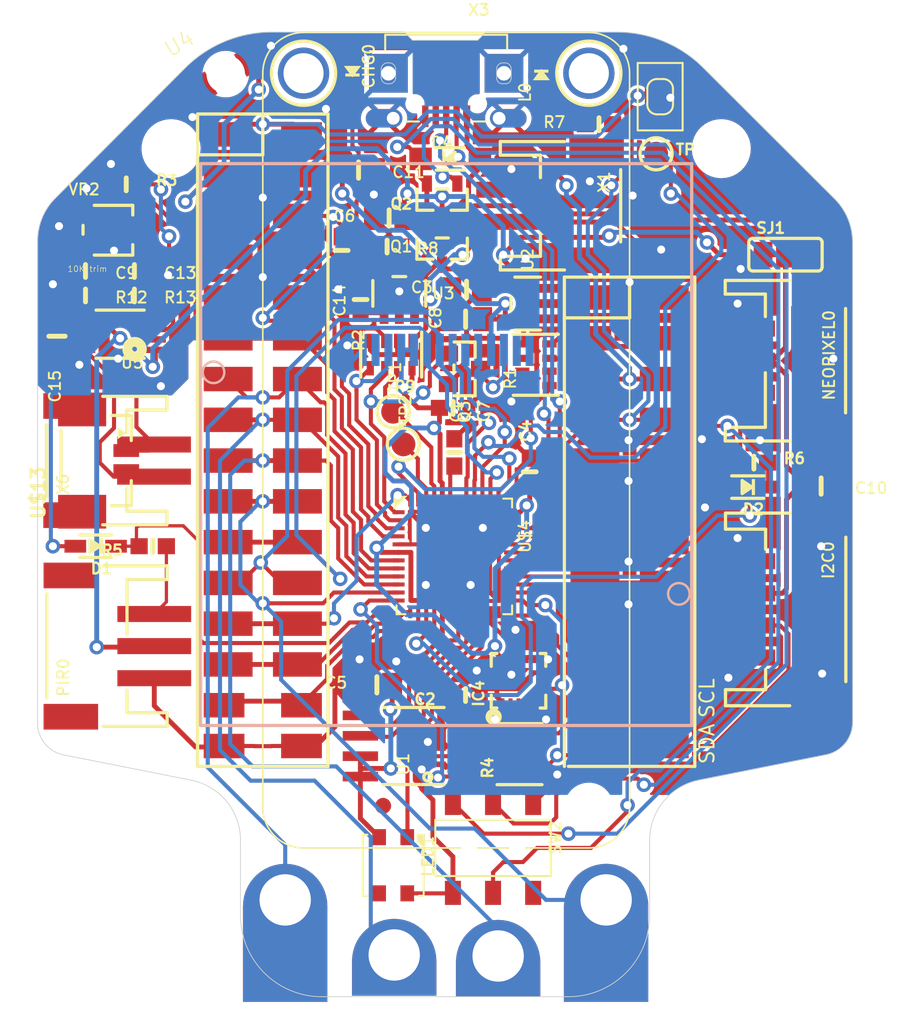
<source format=kicad_pcb>
(kicad_pcb (version 20221018) (generator pcbnew)
  (layers (0 "F.Cu" signal) (31 "B.Cu" signal) (34 "B.Paste" user) (35 "F.Paste" user) (36 "B.SilkS" user "B.Silkscreen") (37 "F.SilkS" user "F.Silkscreen") (38 "B.Mask" user) (39 "F.Mask" user) (44 "Edge.Cuts" user))
  (net 0 "")
  (net 1 "GND")
  (net 2 "MOSI")
  (net 3 "MISO")
  (net 4 "SCK")
  (net 5 "A5")
  (net 6 "A4")
  (net 7 "A3")
  (net 8 "A2")
  (net 9 "A1")
  (net 10 "D11")
  (net 11 "D12")
  (net 12 "+3V3")
  (net 13 "VBUS")
  (net 14 "VBAT")
  (net 15 "N$2")
  (net 16 "AREF")
  (net 17 "D13")
  (net 18 "A0")
  (net 19 "N$1")
  (net 20 "CHG_LED")
  (net 21 "CHG_RATE")
  (net 22 "VDDCORE")
  (net 23 "SCL")
  (net 24 "SDA")
  (net 25 "D9")
  (net 26 "D6")
  (net 27 "D5")
  (net 28 "TX")
  (net 29 "RX")
  (net 30 "D10")
  (net 31 "D+")
  (net 32 "D-")
  (net 33 "~{RESET}")
  (net 34 "SWCLK")
  (net 35 "SWDIO")
  (net 36 "TFT_CS")
  (net 37 "TFT_RESET")
  (net 38 "EN")
  (net 39 "FLASH_CS")
  (net 40 "N$6")
  (net 41 "N$19")
  (net 42 "N$20")
  (net 43 "N$21")
  (net 44 "N$22")
  (net 45 "N$23")
  (net 46 "V+")
  (net 47 "SPKR+")
  (net 48 "SPKR-")
  (net 49 "N$8")
  (net 50 "ON/OFF")
  (net 51 "BACKLITE")
  (net 52 "FLASHMOSI")
  (net 53 "FLASHSCK")
  (net 54 "D4")
  (net 55 "D3")
  (net 56 "FLASHMISO")
  (net 57 "TFT_DC")
  (net 58 "VBATT")
  (net 59 "D2")
  (net 60 "D8_NEOPIX")
  (net 61 "VCC")
  (net 62 "N$3")
  (net 63 "SENSORIN")
  (net 64 "NEOPIXELOUT")
  (footprint "working:SOD-323" (layer "F.Cu") (at 126.725868 106.987654 180)
    (fp_text reference "D1")
    (fp_text value "3.6V")
  )
  (footprint "working:0603-NO" (layer "F.Cu") (at 128.630868 84.445154)
    (fp_text reference "R3")
    (fp_text value "10K")
  )
  (footprint "working:SOIC8_208MIL" (layer "F.Cu") (at 146.537868 119.433654 90)
    (fp_text reference "U1")
    (fp_text value "2MB Flash")
  )
  (footprint "" (layer "F.Cu") (at 165.714868 82.222654)
    (fp_text reference "@HOLE3" hide)
    (fp_text value "")
  )
  (footprint "working:0603-NO" (layer "F.Cu") (at 126.090868 89.842654)
    (fp_text reference "C9")
    (fp_text value "1uF")
  )
  (footprint "working:0603-NO" (layer "F.Cu") (at 167.746868 101.780654)
    (fp_text reference "R6")
    (fp_text value "1K")
  )
  (footprint "working:FEATHERWING_SMT_NOHOLES" (layer "F.Cu") (at 137.139868 74.983654 -90)
    (fp_text reference "MS1" hide)
    (fp_text value "FEATHERWING_SMTDUALNOHOLES" hide)
  )
  (footprint "working:LED3535" (layer "F.Cu") (at 145.267868 126.863154 -90)
    (fp_text reference "LED1")
    (fp_text value "WS2812B3535")
  )
  (footprint "working:PCB_ALLI" (layer "F.Cu") (at 151.808368 132.006654 180)
    (fp_text reference "TP28" hide)
    (fp_text value "SEWTAPPCB_ALLIGATOR" hide)
  )
  (footprint "working:0603-NO" (layer "F.Cu") (at 130.281868 106.987654 180)
    (fp_text reference "R5")
    (fp_text value "1K")
  )
  (footprint "working:0603-NO" (layer "F.Cu") (at 129.138868 89.842654)
    (fp_text reference "C13")
    (fp_text value "1uF")
  )
  (footprint "working:SOT23-5" (layer "F.Cu") (at 153.649868 91.874654 90)
    (fp_text reference "U2")
    (fp_text value "AP2112-3.3")
  )
  (footprint "working:SOT23-5" (layer "F.Cu") (at 145.648868 91.239654)
    (fp_text reference "U3")
    (fp_text value "MCP73831T-2ACI/OT")
  )
  (footprint "working:JSTPH2" (layer "F.Cu") (at 126.662368 101.653654 90)
    (fp_text reference "X6")
    (fp_text value "CON_JST_PH_2PIN_MTPH2")
  )
  (footprint "working:JSTPH3" (layer "F.Cu") (at 169.461368 95.430654 -90)
    (fp_text reference "NEOPIXEL0")
    (fp_text value "JST PH 3")
  )
  (footprint "working:HALLOWING_FRONT" (layer "F.Cu") (at 123.169868 135.054654)
    (fp_text reference "U$12" hide)
    (fp_text value "" hide)
    (fp_line (start -0.068706 -17.063915) (end -0.068706 -47.042971) (stroke (width 0.05)) (layer "Edge.Cuts"))
    (fp_line (start 1.018834 -49.734062) (end 9.128428 -57.861637) (stroke (width 0.05)) (layer "Edge.Cuts"))
    (fp_line (start 9.511934 -13.489643) (end 1.542459 -15.070762) (stroke (width 0.05)) (layer "Edge.Cuts"))
    (fp_line (start 12.580493 -5.006853) (end 12.580493 -9.752484) (stroke (width 0.05)) (layer "Edge.Cuts"))
    (fp_line (start 14.522546 -60.099453) (end 22.791293 -60.099453) (stroke (width 0.05)) (layer "Edge.Cuts"))
    (fp_line (start 22.791293 -60.099453) (end 23.299293 -59.591453) (stroke (width 0.05)) (layer "Edge.Cuts"))
    (fp_line (start 23.299293 -59.591453) (end 27.363293 -59.591453) (stroke (width 0.05)) (layer "Edge.Cuts"))
    (fp_line (start 27.363293 -59.591453) (end 27.871293 -60.099453) (stroke (width 0.05)) (layer "Edge.Cuts"))
    (fp_line (start 27.871293 -60.099453) (end 36.048328 -60.099453) (stroke (width 0.05)) (layer "Edge.Cuts"))
    (fp_line (start 32.951293 -0.003053) (end 17.711293 -0.003053) (stroke (width 0.05)) (layer "Edge.Cuts"))
    (fp_line (start 38.082093 -9.755793) (end 38.082093 -5.006853) (stroke (width 0.05)) (layer "Edge.Cuts"))
    (fp_line (start 41.430512 -57.873568) (end 49.561584 -49.760487) (stroke (width 0.05)) (layer "Edge.Cuts"))
    (fp_line (start 49.047784 -15.068243) (end 41.146775 -13.492184) (stroke (width 0.05)) (layer "Edge.Cuts"))
    (fp_line (start 50.731293 -47.063428) (end 50.731293 -17.060628) (stroke (width 0.05)) (layer "Edge.Cuts"))
    (fp_arc (start -0.068706 -47.042971) (mid 0.207806 -48.496522) (end 1.018834 -49.734062) (stroke (width 0.05)) (layer "Edge.Cuts"))
    (fp_arc (start 1.542459 -15.070762) (mid 0.380156 -15.778984) (end -0.068706 -17.063916) (stroke (width 0.05)) (layer "Edge.Cuts"))
    (fp_arc (start 9.128428 -57.861637) (mid 11.6026 -59.517799) (end 14.522546 -60.099452) (stroke (width 0.05)) (layer "Edge.Cuts"))
    (fp_arc (start 9.511935 -13.489643) (mid 11.715064 -12.170252) (end 12.580493 -9.752484) (stroke (width 0.05)) (layer "Edge.Cuts"))
    (fp_arc (start 17.711293 -0.003053) (mid 14.109572 -1.44233) (end 12.580493 -5.006853) (stroke (width 0.05)) (layer "Edge.Cuts"))
    (fp_arc (start 36.048328 -60.099453) (mid 38.960478 -59.521028) (end 41.430512 -57.873568) (stroke (width 0.05)) (layer "Edge.Cuts"))
    (fp_arc (start 38.082092 -9.755793) (mid 38.946267 -12.172036) (end 41.146775 -13.492184) (stroke (width 0.05)) (layer "Edge.Cuts"))
    (fp_arc (start 38.082093 -5.006853) (mid 36.553014 -1.44233) (end 32.951293 -0.003053) (stroke (width 0.05)) (layer "Edge.Cuts"))
    (fp_arc (start 49.561584 -49.760487) (mid 50.415066 -48.528461) (end 50.731293 -47.063428) (stroke (width 0.05)) (layer "Edge.Cuts"))
    (fp_arc (start 50.731293 -17.060628) (mid 50.245578 -15.763592) (end 49.047784 -15.068243) (stroke (width 0.05)) (layer "Edge.Cuts"))
  )
  (footprint "working:JSTPH3" (layer "F.Cu") (at 127.678368 113.210654 90)
    (fp_text reference "PIR0")
    (fp_text value "JST PH 3")
  )
  (footprint "working:0603-NO" (layer "F.Cu") (at 129.138868 91.366654)
    (fp_text reference "R13")
    (fp_text value "100")
  )
  (footprint "working:SOD-323" (layer "F.Cu") (at 167.365868 103.304654 180)
    (fp_text reference "D2")
    (fp_text value "3.6V")
  )
  (footprint "working:0805-NO" (layer "F.Cu") (at 171.937868 103.241154)
    (fp_text reference "C10")
    (fp_text value "10uF")
  )
  (footprint "working:RESPACK_4X0603" (layer "F.Cu") (at 145.140868 95.049654 180)
    (fp_text reference "R9")
    (fp_text value "10K")
  )
  (footprint "working:JSTPH4" (layer "F.Cu") (at 170.477368 110.924654 -90)
    (fp_text reference "I2C0")
    (fp_text value "JST PH 4")
  )
  (footprint "working:0805-NO" (layer "F.Cu") (at 124.312868 93.906654 -90)
    (fp_text reference "C15")
    (fp_text value "10uF")
  )
  (footprint "working:SOT23-R" (layer "F.Cu") (at 148.315868 85.397654 180)
    (fp_text reference "Q2")
    (fp_text value "DMG341")
  )
  (footprint "working:0805-NO" (layer "F.Cu") (at 144.251868 115.623654 180)
    (fp_text reference "C5")
    (fp_text value "10uF")
  )
  (footprint "working:FIDUCIAL_1MM" (layer "F.Cu") (at 144.639868 123.163854 180)
    (fp_text reference "U$35" hide)
    (fp_text value "FIDUCIAL_1MM" hide)
  )
  (footprint "working:RESPACK_4X0603" (layer "F.Cu") (at 153.141868 119.941654 90)
    (fp_text reference "R4")
    (fp_text value "10K")
  )
  (footprint "working:ALS-PT26-21C" (layer "F.Cu") (at 134.833184 77.579451 30)
    (fp_text reference "U4")
    (fp_text value "ALS-PT21" hide)
  )
  (footprint "working:SOLDERJUMPER_2WAY_OPEN_NOPASTE" (layer "F.Cu") (at 169.715368 88.826654)
    (fp_text reference "SJ1")
    (fp_text value "")
  )
  (footprint "working:0805_10MGAP" (layer "F.Cu") (at 143.108868 83.556154)
    (fp_text reference "C11")
    (fp_text value "10uF")
  )
  (footprint "working:PCB_ALLI_LONG" (layer "F.Cu") (at 138.536868 128.514154 180)
    (fp_text reference "TP3" hide)
    (fp_text value "SEWTAP_ALLILONG" hide)
  )
  (footprint "working:LGA16_3X3MM" (layer "F.Cu") (at 153.078368 115.369654 90)
    (fp_text reference "IC4")
    (fp_text value "LIS3DH")
  )
  (footprint "working:TQFN48_7MM" (layer "F.Cu") (at 149.077868 107.622654 -90)
    (fp_text reference "U$4")
    (fp_text value "ATSAMD21G18_QFN")
  )
  (footprint "working:0603-NO" (layer "F.Cu") (at 149.001868 98.368654)
    (fp_text reference "C7")
    (fp_text value "1uF")
  )
  (footprint "" (layer "F.Cu") (at 139.679868 123.243654)
    (fp_text reference "@HOLE1" hide)
    (fp_text value "")
  )
  (footprint "working:0603-NO" (layer "F.Cu") (at 149.077868 101.145654 90)
    (fp_text reference "C1")
    (fp_text value "1uF")
  )
  (footprint "working:FIDUCIAL_1MM" (layer "F.Cu") (at 169.905868 84.889654 180)
    (fp_text reference "U$34" hide)
    (fp_text value "FIDUCIAL_1MM" hide)
  )
  (footprint "" (layer "F.Cu") (at 131.424868 82.222654)
    (fp_text reference "@HOLE2" hide)
    (fp_text value "")
  )
  (footprint "working:RESPACK_4X0603" (layer "F.Cu") (at 154.157868 95.684654 90)
    (fp_text reference "R1")
    (fp_text value "100K")
  )
  (footprint "working:EG1390" (layer "F.Cu") (at 151.490868 125.783654 180)
    (fp_text reference "SW2")
    (fp_text value "Slide Switch")
  )
  (footprint "working:CHIPLED_0805_NOOUTLINE" (layer "F.Cu") (at 142.727868 77.396654 180)
    (fp_text reference "CHG0")
    (fp_text value "ORANGE")
  )
  (footprint "working:TRIMPOT_BOURNS_3303W" (layer "F.Cu") (at 127.487868 87.302654 -90)
    (fp_text reference "VR2")
    (fp_text value "10K trim")
  )
  (footprint "working:TESTPOINT_ROUND_1.5MM" (layer "F.Cu") (at 161.650868 82.540154)
    (fp_text reference "TP5")
    (fp_text value "")
  )
  (footprint "working:4UCONN_20329_V2" (layer "F.Cu") (at 148.569868 79.428654 180)
    (fp_text reference "X3")
    (fp_text value "microUSB")
    (fp_line (start -4.05 2.15) (end -4.05 1.6) (stroke (width 0.05)) (layer "Edge.Cuts"))
    (fp_line (start -3.7 1.25) (end -3.5 1.25) (stroke (width 0.05)) (layer "Edge.Cuts"))
    (fp_line (start -3.5 2.55) (end -3.7 2.55) (stroke (width 0.05)) (layer "Edge.Cuts"))
    (fp_line (start -3.15 1.6) (end -3.15 2.15) (stroke (width 0.05)) (layer "Edge.Cuts"))
    (fp_line (start 3.15 2.2) (end 3.15 1.6) (stroke (width 0.05)) (layer "Edge.Cuts"))
    (fp_line (start 4.05 1.6) (end 4.05 2.2) (stroke (width 0.05)) (layer "Edge.Cuts"))
    (fp_arc (start -4.05 1.6) (mid -3.947487 1.352513) (end -3.7 1.25) (stroke (width 0.05)) (layer "Edge.Cuts"))
    (fp_arc (start -3.7 2.55) (mid -3.957843 2.422487) (end -4.05 2.15) (stroke (width 0.05)) (layer "Edge.Cuts"))
    (fp_arc (start -3.5 1.25) (mid -3.252513 1.352513) (end -3.15 1.6) (stroke (width 0.05)) (layer "Edge.Cuts"))
    (fp_arc (start -3.15 2.15) (mid -3.242157 2.422487) (end -3.5 2.55) (stroke (width 0.05)) (layer "Edge.Cuts"))
    (fp_arc (start 3.15 1.6) (mid 3.302513 1.331802) (end 3.6 1.25) (stroke (width 0.05)) (layer "Edge.Cuts"))
    (fp_arc (start 3.6 1.25) (mid 3.897487 1.331802) (end 4.05 1.6) (stroke (width 0.05)) (layer "Edge.Cuts"))
    (fp_arc (start 3.6 2.55) (mid 3.302513 2.468198) (end 3.15 2.2) (stroke (width 0.05)) (layer "Edge.Cuts"))
    (fp_arc (start 4.05 2.2) (mid 3.897487 2.468198) (end 3.6 2.55) (stroke (width 0.05)) (layer "Edge.Cuts"))
  )
  (footprint "working:SOT23-R" (layer "F.Cu") (at 148.315868 88.445654 180)
    (fp_text reference "Q1")
    (fp_text value "DMG341")
  )
  (footprint "working:PCB_ALLI" (layer "F.Cu") (at 145.331368 131.943154 180)
    (fp_text reference "TP4" hide)
    (fp_text value "SEWTAPPCB_ALLIGATOR" hide)
  )
  (footprint "working:MOUNTINGHOLE_2.5_PLATED" (layer "F.Cu") (at 157.459868 77.523654 180)
    (fp_text reference "U$31" hide)
    (fp_text value "MOUNTINGHOLE2.5" hide)
  )
  (footprint "working:PCB_ALLI_LONG" (layer "F.Cu") (at 158.539368 128.514154 180)
    (fp_text reference "TP29" hide)
    (fp_text value "SEWTAP_ALLILONG" hide)
  )
  (footprint "working:0603-NO" (layer "F.Cu") (at 153.776868 102.352154 90)
    (fp_text reference "C4")
    (fp_text value "1uF")
  )
  (footprint "working:MSOP8_0.65MM" (layer "F.Cu") (at 128.249868 93.779654 90)
    (fp_text reference "U5")
    (fp_text value "PAM8302AASCR")
  )
  (footprint "working:0603-NO" (layer "F.Cu") (at 158.094868 80.698654 180)
    (fp_text reference "R7")
    (fp_text value "2.2K")
  )
  (footprint "working:0603-NO" (layer "F.Cu") (at 143.235868 91.620654 -90)
    (fp_text reference "R2")
    (fp_text value "1K")
  )
  (footprint "working:53398-0271" (layer "F.Cu") (at 127.360868 101.653654 90)
    (fp_text reference "U$13")
    (fp_text value "CON_MOLEX_2P")
  )
  (footprint "working:MOUNTINGHOLE_2.5_PLATED" (layer "F.Cu") (at 139.679868 77.523654 180)
    (fp_text reference "U$32" hide)
    (fp_text value "MOUNTINGHOLE2.5" hide)
  )
  (footprint "working:0805-NO" (layer "F.Cu") (at 149.839868 90.985654 180)
    (fp_text reference "C3")
    (fp_text value "10µF")
  )
  (footprint "working:SOT23-WIDE" (layer "F.Cu") (at 149.712868 95.938654 -90)
    (fp_text reference "Q3")
    (fp_text value "BSS138")
  )
  (footprint "working:0805_10MGAP" (layer "F.Cu") (at 149.779868 92.842154 180)
    (fp_text reference "C8")
    (fp_text value "10µF")
  )
  (footprint "working:0603-NO" (layer "F.Cu") (at 149.776368 116.258654 180)
    (fp_text reference "C2")
    (fp_text value "1uF")
  )
  (footprint "working:TESTPOINT_ROUND_1.5MM" (layer "F.Cu") (at 145.267868 98.605654 90)
    (fp_text reference "TP1")
    (fp_text value "")
  )
  (footprint "working:0603-NO" (layer "F.Cu") (at 144.886868 88.318654)
    (fp_text reference "R8")
    (fp_text value "10K")
  )
  (footprint "working:SOD-123" (layer "F.Cu") (at 148.823868 82.857654)
    (fp_text reference "D4")
    (fp_text value "MBR120")
  )
  (footprint "working:0603-NO" (layer "F.Cu") (at 126.090868 91.366654)
    (fp_text reference "R12")
    (fp_text value "100")
  )
  (footprint "working:0805-NO" (layer "F.Cu") (at 145.013868 86.540654 180)
    (fp_text reference "C6")
    (fp_text value "10µF")
  )
  (footprint "working:CHIPLED_0805_NOOUTLINE" (layer "F.Cu") (at 154.498868 77.628654)
    (fp_text reference "L0")
    (fp_text value "RED")
  )
  (footprint "working:KMR2" (layer "F.Cu") (at 161.904868 78.984154 90)
    (fp_text reference "SW1" hide)
    (fp_text value "SPST_TACT-KMR2" hide)
  )
  (footprint "working:0603-NO" (layer "F.Cu") (at 142.055962 88.559954 -90)
    (fp_text reference "C14")
    (fp_text value "1uF")
  )
  (footprint "" (layer "F.Cu") (at 157.459868 123.243654)
    (fp_text reference "@HOLE0" hide)
    (fp_text value "")
  )
  (footprint "working:TESTPOINT_ROUND_1.5MM" (layer "F.Cu") (at 145.902868 100.637654 90)
    (fp_text reference "TP2")
    (fp_text value "")
  )
  (footprint "working:JSTPH2" (layer "F.Cu") (at 156.443868 85.778654 -90)
    (fp_text reference "X1")
    (fp_text value "JSTPH")
  )
  (footprint "working:TFT_1.44IN_128_128" (layer "B.Cu") (at 148.569868 81.905154)
    (fp_text reference "TFT0" hide)
    (fp_text value "DISP_LCD_ST7735_1.44IN" hide)
  )
  (footprint "working:HALLOWING_BACK" (layer "B.Cu") (at 173.969868 135.054654 180)
    (fp_text reference "U$8" hide)
    (fp_text value "" hide)
  )
  (gr_text "SDA" (at 164.825868 119.306654 90) (layer "F.SilkS") (effects (font (size 0.89408 0.89408) (thickness 0.12192))))
  (gr_text "SCL" (at 164.825868 116.449154 90) (layer "F.SilkS") (effects (font (size 0.89408 0.89408) (thickness 0.12192))))
  (segment (start 149.327868 107.372654) (end 149.327868 104.147654) (width 0.254) (layer "F.Cu") (net 1))
  (segment (start 149.204868 117.528654) (end 149.852868 117.528654) (width 0.3048) (layer "F.Cu") (net 1))
  (segment (start 149.077868 107.622654) (end 149.327868 107.372654) (width 0.254) (layer "F.Cu") (net 1))
  (segment (start 141.775368 115.623654) (end 143.301868 115.623654) (width 0.3048) (layer "F.Cu") (net 1))
  (segment (start 136.609256 119.444654) (end 136.598256 119.433654) (width 0.254) (layer "F.Cu") (net 1))
  (segment (start 145.540868 92.647754) (end 145.648868 92.539754) (width 0.254) (layer "F.Cu") (net 1))
  (segment (start 141.635668 118.239854) (end 141.635668 115.763354) (width 0.3048) (layer "F.Cu") (net 1))
  (segment (start 141.635668 115.763354) (end 141.775368 115.623654) (width 0.3048) (layer "F.Cu") (net 1))
  (segment (start 132.948868 119.497154) (end 134.663368 119.497154) (width 0.3048) (layer "F.Cu") (net 1))
  (segment (start 146.142868 128.613154) (end 148.961368 128.613154) (width 0.254) (layer "F.Cu") (net 1))
  (segment (start 172.430868 105.224654) (end 171.977368 105.224654) (width 0.3048) (layer "F.Cu") (net 1))
  (segment (start 137.681481 119.433654) (end 137.670481 119.444654) (width 0.254) (layer "F.Cu") (net 1))
  (segment (start 149.077868 107.622654) (end 149.077868 107.138654) (width 0.254) (layer "F.Cu") (net 1))
  (segment (start 149.077868 107.138654) (end 148.811868 106.872654) (width 0.254) (layer "F.Cu") (net 1))
  (segment (start 144.740868 93.957679) (end 144.202643 93.419454) (width 0.254) (layer "F.Cu") (net 1))
  (segment (start 139.552868 119.433654) (end 140.441868 119.433654) (width 0.3048) (layer "F.Cu") (net 1))
  (segment (start 148.990868 126.331654) (end 147.744368 125.085154) (width 0.3048) (layer "F.Cu") (net 1))
  (segment (start 144.740868 94.199654) (end 144.740868 93.957679) (width 0.254) (layer "F.Cu") (net 1))
  (segment (start 149.077868 107.114654) (end 150.819868 105.372654) (width 0.254) (layer "F.Cu") (net 1))
  (segment (start 130.378368 115.210654) (end 130.378368 116.926654) (width 0.3048) (layer "F.Cu") (net 1))
  (segment (start 147.744368 125.085154) (end 147.744368 122.799154) (width 0.3048) (layer "F.Cu") (net 1))
  (segment (start 149.053368 117.377154) (end 149.204868 117.528654) (width 0.3048) (layer "F.Cu") (net 1))
  (segment (start 156.080368 120.894154) (end 156.951868 120.894154) (width 0.3048) (layer "F.Cu") (net 1))
  (segment (start 144.063868 86.540654) (end 144.566868 86.037654) (width 0.254) (layer "F.Cu") (net 1))
  (segment (start 154.919868 115.369654) (end 155.173868 115.115654) (width 0.254) (layer "F.Cu") (net 1))
  (segment (start 134.663368 119.497154) (end 134.726868 119.433654) (width 0.3048) (layer "F.Cu") (net 1))
  (segment (start 153.990868 122.983654) (end 156.080368 120.894154) (width 0.3048) (layer "F.Cu") (net 1))
  (segment (start 172.887868 103.241154) (end 172.887868 104.767654) (width 0.3048) (layer "F.Cu") (net 1))
  (segment (start 148.827868 107.872654) (end 149.077868 107.622654) (width 0.254) (layer "F.Cu") (net 1))
  (segment (start 136.598256 119.433654) (end 134.726868 119.433654) (width 0.254) (layer "F.Cu") (net 1))
  (segment (start 148.827868 111.097654) (end 148.827868 107.872654) (width 0.254) (layer "F.Cu") (net 1))
  (segment (start 148.926368 116.258654) (end 148.926368 117.250154) (width 0.254) (layer "F.Cu") (net 1))
  (segment (start 152.552868 105.372654) (end 150.819868 105.372654) (width 0.254) (layer "F.Cu") (net 1))
  (segment (start 152.912368 100.637654) (end 152.887868 100.637654) (width 0.254) (layer "F.Cu") (net 1))
  (segment (start 148.823868 106.860654) (end 148.811868 106.872654) (width 0.254) (layer "F.Cu") (net 1))
  (segment (start 149.077868 107.622654) (end 149.077868 107.114654) (width 0.254) (layer "F.Cu") (net 1))
  (segment (start 125.455868 106.987654) (end 124.058868 106.987654) (width 0.254) (layer "F.Cu") (net 1))
  (segment (start 172.887868 104.767654) (end 172.430868 105.224654) (width 0.3048) (layer "F.Cu") (net 1))
  (segment (start 143.469068 93.419454) (end 142.410368 94.478154) (width 0.254) (layer "F.Cu") (net 1))
  (segment (start 148.926368 117.250154) (end 149.053368 117.377154) (width 0.254) (layer "F.Cu") (net 1))
  (segment (start 154.428368 115.369654) (end 154.919868 115.369654) (width 0.254) (layer "F.Cu") (net 1))
  (segment (start 148.990868 128.583654) (end 148.990868 126.331654) (width 0.3048) (layer "F.Cu") (net 1))
  (segment (start 155.173868 115.115654) (end 155.173868 114.861654) (width 0.254) (layer "F.Cu") (net 1))
  (segment (start 144.202643 93.419454) (end 143.469068 93.419454) (width 0.254) (layer "F.Cu") (net 1))
  (segment (start 137.670481 119.444654) (end 136.609256 119.444654) (width 0.254) (layer "F.Cu") (net 1))
  (segment (start 139.552868 119.433654) (end 137.681481 119.433654) (width 0.254) (layer "F.Cu") (net 1))
  (segment (start 149.077868 107.622654) (end 150.855868 105.844654) (width 0.254) (layer "F.Cu") (net 1))
  (segment (start 153.776868 101.502154) (end 152.912368 100.637654) (width 0.254) (layer "F.Cu") (net 1))
  (segment (start 147.045868 122.100654) (end 147.045868 120.894154) (width 0.3048) (layer "F.Cu") (net 1))
  (segment (start 147.744368 122.799154) (end 147.045868 122.100654) (width 0.3048) (layer "F.Cu") (net 1))
  (segment (start 130.378368 116.926654) (end 132.948868 119.497154) (width 0.3048) (layer "F.Cu") (net 1))
  (segment (start 148.961368 128.613154) (end 148.990868 128.583654) (width 0.254) (layer "F.Cu") (net 1))
  (segment (start 140.441868 119.433654) (end 141.635668 118.239854) (width 0.3048) (layer "F.Cu") (net 1))
  (segment (start 148.811868 106.872654) (end 145.602868 106.872654) (width 0.254) (layer "F.Cu") (net 1))
  (via (at 150.093868 109.400654) (size 0.9064) (drill 0.5) (layers "F.Cu" "B.Cu") (net 1))
  (via (at 166.730868 91.874654) (size 0.9064) (drill 0.5) (layers "F.Cu" "B.Cu") (net 1))
  (via (at 164.698868 104.574654) (size 0.9064) (drill 0.5) (layers "F.Cu" "B.Cu") (net 1))
  (via (at 172.001368 114.925154) (size 0.9064) (drill 0.5) (layers "F.Cu" "B.Cu") (net 1))
  (via (at 150.855868 105.844654) (size 0.9064) (drill 0.5) (layers "F.Cu" "B.Cu") (net 1))
  (via (at 145.648868 91.112654) (size 0.9064) (drill 0.5) (layers "F.Cu" "B.Cu") (net 1))
  (via (at 159.999868 90.541154) (size 0.9064) (drill 0.5) (layers "F.Cu" "B.Cu") (net 1))
  (via (at 152.887868 112.194654) (size 0.9064) (drill 0.5) (layers "F.Cu" "B.Cu") (net 1))
  (via (at 131.234368 90.096654) (size 0.9064) (drill 0.5) (layers "F.Cu" "B.Cu") (net 1))
  (via (at 142.410368 94.478154) (size 0.9064) (drill 0.5) (layers "F.Cu" "B.Cu") (net 1))
  (via (at 141.838868 90.985654) (size 0.9064) (drill 0.5) (layers "F.Cu" "B.Cu") (net 1))
  (via (at 157.523368 84.254654) (size 0.9064) (drill 0.5) (layers "F.Cu" "B.Cu") (net 1))
  (via (at 172.699868 95.303654) (size 0.9064) (drill 0.5) (layers "F.Cu" "B.Cu") (net 1))
  (via (at 124.058868 90.668154) (size 0.9064) (drill 0.5) (layers "F.Cu" "B.Cu") (net 1))
  (via (at 145.458368 114.163154) (size 0.9064) (drill 0.5) (layers "F.Cu" "B.Cu") (net 1))
  (via (at 159.618868 75.999654) (size 0.9064) (drill 0.5) (layers "F.Cu" "B.Cu") (net 1))
  (via (at 124.058868 106.987654) (size 0.9064) (drill 0.5) (layers "F.Cu" "B.Cu") (net 1))
  (via (at 155.491368 121.211654) (size 0.9064) (drill 0.5) (layers "F.Cu" "B.Cu") (net 1))
  (via (at 159.936368 100.383654) (size 0.9064) (drill 0.5) (layers "F.Cu" "B.Cu") (net 1))
  (via (at 130.789868 97.018154) (size 0.9064) (drill 0.5) (layers "F.Cu" "B.Cu") (net 1))
  (via (at 159.936368 107.940154) (size 0.9064) (drill 0.5) (layers "F.Cu" "B.Cu") (net 1))
  (via (at 162.539868 79.047654) (size 0.9064) (drill 0.5) (layers "F.Cu" "B.Cu") (net 1))
  (via (at 141.076868 79.746154) (size 0.9064) (drill 0.5) (layers "F.Cu" "B.Cu") (net 1))
  (via (at 137.139868 90.223654) (size 0.9064) (drill 0.5) (layers "F.Cu" "B.Cu") (net 1))
  (via (at 147.299868 109.400654) (size 0.9064) (drill 0.5) (layers "F.Cu" "B.Cu") (net 1))
  (via (at 137.139868 85.270654) (size 0.9064) (drill 0.5) (layers "F.Cu" "B.Cu") (net 1))
  (via (at 147.299868 105.844654) (size 0.9064) (drill 0.5) (layers "F.Cu" "B.Cu") (net 1))
  (via (at 166.159368 115.179154) (size 0.9064) (drill 0.5) (layers "F.Cu" "B.Cu") (net 1))
  (via (at 127.868868 88.572654) (size 0.9064) (drill 0.5) (layers "F.Cu" "B.Cu") (net 1))
  (via (at 159.936368 102.923654) (size 0.9064) (drill 0.5) (layers "F.Cu" "B.Cu") (net 1))
  (via (at 147.045868 120.894154) (size 0.9064) (drill 0.5) (layers "F.Cu" "B.Cu") (net 1))
  (via (at 132.758368 80.254154) (size 0.9064) (drill 0.5) (layers "F.Cu" "B.Cu") (net 1))
  (via (at 154.792868 117.782654) (size 0.9064) (drill 0.5) (layers "F.Cu" "B.Cu") (net 1))
  (via (at 151.617868 117.782654) (size 0.9064) (drill 0.5) (layers "F.Cu" "B.Cu") (net 1))
  (via (at 124.439868 87.048654) (size 0.9064) (drill 0.5) (layers "F.Cu" "B.Cu") (net 1))
  (via (at 160.190368 85.143654) (size 0.9064) (drill 0.5) (layers "F.Cu" "B.Cu") (net 1))
  (via (at 150.474868 114.734654) (size 0.9064) (drill 0.5) (layers "F.Cu" "B.Cu") (net 1))
  (via (at 152.633868 114.988654) (size 0.9064) (drill 0.5) (layers "F.Cu" "B.Cu") (net 1))
  (via (at 161.968368 88.509154) (size 0.9064) (drill 0.5) (layers "F.Cu" "B.Cu") (net 1))
  (via (at 152.633868 83.492654) (size 0.9064) (drill 0.5) (layers "F.Cu" "B.Cu") (net 1))
  (via (at 128.122868 95.303654) (size 0.9064) (drill 0.5) (layers "F.Cu" "B.Cu") (net 1))
  (via (at 137.647868 75.809154) (size 0.9064) (drill 0.5) (layers "F.Cu" "B.Cu") (net 1))
  (via (at 144.061368 85.080154) (size 0.9064) (drill 0.5) (layers "F.Cu" "B.Cu") (net 1))
  (via (at 166.730868 106.479654) (size 0.9064) (drill 0.5) (layers "F.Cu" "B.Cu") (net 1))
  (via (at 153.522868 89.080654) (size 0.9064) (drill 0.5) (layers "F.Cu" "B.Cu") (net 1))
  (via (at 154.919868 114.036154) (size 0.9064) (drill 0.5) (layers "F.Cu" "B.Cu") (net 1))
  (via (at 159.936368 110.607154) (size 0.9064) (drill 0.5) (layers "F.Cu" "B.Cu") (net 1))
  (via (at 126.154368 84.699154) (size 0.9064) (drill 0.5) (layers "F.Cu" "B.Cu") (net 1))
  (via (at 171.937868 106.987654) (size 0.9064) (drill 0.5) (layers "F.Cu" "B.Cu") (net 1))
  (via (at 125.709868 95.684654) (size 0.9064) (drill 0.5) (layers "F.Cu" "B.Cu") (net 1))
  (via (at 166.921368 89.715654) (size 0.9064) (drill 0.5) (layers "F.Cu" "B.Cu") (net 1))
  (via (at 143.172368 114.036154) (size 0.9064) (drill 0.5) (layers "F.Cu" "B.Cu") (net 1))
  (via (at 168.127868 100.383654) (size 0.9064) (drill 0.5) (layers "F.Cu" "B.Cu") (net 1))
  (via (at 127.678368 83.175154) (size 0.9064) (drill 0.5) (layers "F.Cu" "B.Cu") (net 1))
  (via (at 164.508368 100.320154) (size 0.9064) (drill 0.5) (layers "F.Cu" "B.Cu") (net 1))
  (via (at 152.633868 97.970654) (size 0.9064) (drill 0.5) (layers "F.Cu" "B.Cu") (net 1))
  (via (at 147.426868 119.179654) (size 0.9064) (drill 0.5) (layers "F.Cu" "B.Cu") (net 1))
  (segment (start 150.453468 96.087054) (end 150.453468 97.568254) (width 0.254) (layer "B.Cu") (net 1))
  (segment (start 150.696868 95.843654) (end 150.453468 96.087054) (width 0.254) (layer "B.Cu") (net 1))
  (segment (start 150.453468 97.568254) (end 150.855868 97.970654) (width 0.254) (layer "B.Cu") (net 1))
  (segment (start 123.931868 106.860654) (end 123.931868 97.462654) (width 0.254) (layer "B.Cu") (net 1))
  (segment (start 124.058868 106.987654) (end 123.931868 106.860654) (width 0.254) (layer "B.Cu") (net 1))
  (segment (start 150.855868 97.970654) (end 152.633868 97.970654) (width 0.254) (layer "B.Cu") (net 1))
  (segment (start 123.931868 97.462654) (end 125.709868 95.684654) (width 0.254) (layer "B.Cu") (net 1))
  (segment (start 152.506868 102.923654) (end 151.827868 103.602654) (width 0.254) (layer "F.Cu") (net 2))
  (segment (start 139.298868 109.273654) (end 138.282868 109.273654) (width 0.254) (layer "F.Cu") (net 2))
  (segment (start 151.827868 103.602654) (end 151.827868 104.147654) (width 0.254) (layer "F.Cu") (net 2))
  (segment (start 134.980868 109.273654) (end 135.742868 109.273654) (width 0.254) (layer "F.Cu") (net 2))
  (segment (start 152.506868 101.526654) (end 152.506868 102.923654) (width 0.254) (layer "F.Cu") (net 2))
  (segment (start 135.742868 109.273654) (end 137.012868 108.003654) (width 0.254) (layer "F.Cu") (net 2))
  (segment (start 138.282868 109.273654) (end 137.012868 108.003654) (width 0.254) (layer "F.Cu") (net 2))
  (via (at 152.506868 101.526654) (size 0.9064) (drill 0.5) (layers "F.Cu" "B.Cu") (net 2))
  (via (at 137.012868 108.003654) (size 0.9064) (drill 0.5) (layers "F.Cu" "B.Cu") (net 2))
  (segment (start 148.169868 95.677129) (end 149.081868 96.589129) (width 0.254) (layer "B.Cu") (net 2))
  (segment (start 152.401268 101.421054) (end 152.506868 101.526654) (width 0.254) (layer "B.Cu") (net 2))
  (segment (start 149.081868 96.589129) (end 149.081868 98.136398) (width 0.254) (layer "B.Cu") (net 2))
  (segment (start 148.169868 94.760154) (end 148.169868 95.677129) (width 0.254) (layer "B.Cu") (net 2))
  (segment (start 149.081868 98.136398) (end 150.326468 99.380998) (width 0.254) (layer "B.Cu") (net 2))
  (segment (start 150.326468 100.872554) (end 150.874968 101.421054) (width 0.254) (layer "B.Cu") (net 2))
  (segment (start 137.012868 108.003654) (end 138.663868 106.352654) (width 0.254) (layer "B.Cu") (net 2))
  (segment (start 138.663868 96.065654) (end 141.838868 92.890654) (width 0.254) (layer "B.Cu") (net 2))
  (segment (start 150.874968 101.421054) (end 152.401268 101.421054) (width 0.254) (layer "B.Cu") (net 2))
  (segment (start 148.169868 93.824154) (end 148.169868 94.760154) (width 0.254) (layer "B.Cu") (net 2))
  (segment (start 147.236368 92.890654) (end 148.169868 93.824154) (width 0.254) (layer "B.Cu") (net 2))
  (segment (start 138.663868 106.352654) (end 138.663868 96.065654) (width 0.254) (layer "B.Cu") (net 2))
  (segment (start 141.838868 92.890654) (end 147.236368 92.890654) (width 0.254) (layer "B.Cu") (net 2))
  (segment (start 150.326468 99.380998) (end 150.326468 100.872554) (width 0.254) (layer "B.Cu") (net 2))
  (segment (start 146.327868 104.147654) (end 145.992868 103.812654) (width 0.254) (layer "F.Cu") (net 3))
  (segment (start 145.992868 103.812654) (end 145.543268 103.812654) (width 0.254) (layer "F.Cu") (net 3))
  (segment (start 139.298868 111.813654) (end 141.238968 111.813654) (width 0.254) (layer "F.Cu") (net 3))
  (segment (start 134.980868 111.813654) (end 139.298868 111.813654) (width 0.3048) (layer "F.Cu") (net 3))
  (segment (start 141.238968 111.813654) (end 141.577262 111.47536) (width 0.254) (layer "F.Cu") (net 3))
  (via (at 145.543268 103.812654) (size 0.9064) (drill 0.5) (layers "F.Cu" "B.Cu") (net 3))
  (via (at 141.577262 111.47536) (size 0.9064) (drill 0.5) (layers "F.Cu" "B.Cu") (net 3))
  (segment (start 142.981868 106.374054) (end 145.543268 103.812654) (width 0.254) (layer "B.Cu") (net 3))
  (segment (start 142.981868 109.146654) (end 142.981868 106.374054) (width 0.254) (layer "B.Cu") (net 3))
  (segment (start 141.577262 110.55126) (end 141.577262 111.47536) (width 0.254) (layer "B.Cu") (net 3))
  (segment (start 141.577262 110.55126) (end 142.981868 109.146654) (width 0.254) (layer "B.Cu") (net 3))
  (segment (start 139.679868 106.733654) (end 141.965868 109.019654) (width 0.254) (layer "F.Cu") (net 4))
  (segment (start 134.980868 106.733654) (end 139.298868 106.733654) (width 0.3048) (layer "F.Cu") (net 4))
  (segment (start 139.298868 106.733654) (end 139.679868 106.733654) (width 0.254) (layer "F.Cu") (net 4))
  (segment (start 151.327868 104.147654) (end 151.327868 102.787442) (width 0.254) (layer "F.Cu") (net 4))
  (segment (start 151.327868 102.787442) (end 151.722261 102.393048) (width 0.254) (layer "F.Cu") (net 4))
  (via (at 141.965868 109.019654) (size 0.9064) (drill 0.5) (layers "F.Cu" "B.Cu") (net 4))
  (via (at 151.722261 102.393048) (size 0.9064) (drill 0.5) (layers "F.Cu" "B.Cu") (net 4))
  (segment (start 139.235368 96.383154) (end 139.235368 106.289154) (width 0.254) (layer "B.Cu") (net 4))
  (segment (start 147.369868 94.760154) (end 147.369868 95.691154) (width 0.254) (layer "B.Cu") (net 4))
  (segment (start 149.869268 101.188936) (end 151.07338 102.393048) (width 0.254) (layer "B.Cu") (net 4))
  (segment (start 146.918868 93.382064) (end 142.236459 93.382064) (width 0.254) (layer "B.Cu") (net 4))
  (segment (start 139.235368 106.289154) (end 141.965868 109.019654) (width 0.254) (layer "B.Cu") (net 4))
  (segment (start 147.369868 93.833064) (end 147.369868 94.760154) (width 0.254) (layer "B.Cu") (net 4))
  (segment (start 148.624668 98.325779) (end 149.869268 99.570379) (width 0.254) (layer "B.Cu") (net 4))
  (segment (start 142.236459 93.382064) (end 139.235368 96.383154) (width 0.254) (layer "B.Cu") (net 4))
  (segment (start 147.369868 93.833064) (end 146.918868 93.382064) (width 0.254) (layer "B.Cu") (net 4))
  (segment (start 147.369868 95.691154) (end 148.624668 96.945954) (width 0.254) (layer "B.Cu") (net 4))
  (segment (start 147.426868 94.817154) (end 147.369868 94.760154) (width 0.254) (layer "B.Cu") (net 4))
  (segment (start 148.624668 96.945954) (end 148.624668 98.325779) (width 0.254) (layer "B.Cu") (net 4))
  (segment (start 149.869268 99.570379) (end 149.869268 101.188936) (width 0.254) (layer "B.Cu") (net 4))
  (segment (start 151.07338 102.393048) (end 151.722261 102.393048) (width 0.254) (layer "B.Cu") (net 4))
  (segment (start 137.139868 104.193654) (end 139.298868 104.193654) (width 0.3048) (layer "F.Cu") (net 5))
  (segment (start 140.900768 110.543654) (end 137.139868 110.543654) (width 0.254) (layer "F.Cu") (net 5))
  (segment (start 134.980868 104.193654) (end 137.139868 104.193654) (width 0.3048) (layer "F.Cu") (net 5))
  (segment (start 139.552868 104.193654) (end 139.298868 104.193654) (width 0.3048) (layer "F.Cu") (net 5))
  (segment (start 145.602868 109.872654) (end 141.571768 109.872654) (width 0.254) (layer "F.Cu") (net 5))
  (segment (start 141.571768 109.872654) (end 140.900768 110.543654) (width 0.254) (layer "F.Cu") (net 5))
  (via (at 137.139868 104.193654) (size 0.9064) (drill 0.5) (layers "F.Cu" "B.Cu") (net 5))
  (via (at 137.139868 110.543654) (size 0.9064) (drill 0.5) (layers "F.Cu" "B.Cu") (net 5))
  (segment (start 137.012868 104.193654) (end 137.139868 104.193654) (width 0.254) (layer "B.Cu") (net 5))
  (segment (start 135.742868 105.463654) (end 137.012868 104.193654) (width 0.254) (layer "B.Cu") (net 5))
  (segment (start 136.885868 110.543654) (end 137.139868 110.543654) (width 0.254) (layer "B.Cu") (net 5))
  (segment (start 154.792868 129.022154) (end 158.539368 129.022154) (width 0.254) (layer "B.Cu") (net 5))
  (segment (start 150.347868 124.577154) (end 154.792868 129.022154) (width 0.254) (layer "B.Cu") (net 5))
  (segment (start 147.553868 124.577154) (end 138.282868 115.306154) (width 0.254) (layer "B.Cu") (net 5))
  (segment (start 150.347868 124.577154) (end 147.553868 124.577154) (width 0.254) (layer "B.Cu") (net 5))
  (segment (start 138.282868 111.686654) (end 137.139868 110.543654) (width 0.254) (layer "B.Cu") (net 5))
  (segment (start 138.282868 115.306154) (end 138.282868 111.686654) (width 0.254) (layer "B.Cu") (net 5))
  (segment (start 135.742868 109.400654) (end 135.742868 105.463654) (width 0.254) (layer "B.Cu") (net 5))
  (segment (start 135.742868 109.400654) (end 136.885868 110.543654) (width 0.254) (layer "B.Cu") (net 5))
  (segment (start 144.251868 109.372654) (end 144.061368 109.372654) (width 0.254) (layer "F.Cu") (net 6))
  (segment (start 143.461868 109.372654) (end 143.045368 108.956154) (width 0.254) (layer "F.Cu") (net 6))
  (segment (start 145.602868 109.372654) (end 144.251868 109.372654) (width 0.254) (layer "F.Cu") (net 6))
  (segment (start 141.381668 105.399035) (end 141.381668 101.958454) (width 0.254) (layer "F.Cu") (net 6))
  (segment (start 134.980868 101.653654) (end 137.139868 101.653654) (width 0.3048) (layer "F.Cu") (net 6))
  (segment (start 143.045368 108.956154) (end 141.838868 107.749654) (width 0.254) (layer "F.Cu") (net 6))
  (segment (start 144.061368 109.372654) (end 143.461868 109.372654) (width 0.254) (layer "F.Cu") (net 6))
  (segment (start 141.076868 101.653654) (end 139.298868 101.653654) (width 0.254) (layer "F.Cu") (net 6))
  (segment (start 137.139868 101.653654) (end 139.298868 101.653654) (width 0.3048) (layer "F.Cu") (net 6))
  (segment (start 141.381668 101.958454) (end 141.076868 101.653654) (width 0.254) (layer "F.Cu") (net 6))
  (segment (start 141.838868 107.749654) (end 141.838868 105.856235) (width 0.254) (layer "F.Cu") (net 6))
  (segment (start 141.838868 105.856235) (end 141.381668 105.399035) (width 0.254) (layer "F.Cu") (net 6))
  (via (at 137.139868 101.653654) (size 0.9064) (drill 0.5) (layers "F.Cu" "B.Cu") (net 6))
  (segment (start 135.996868 101.653654) (end 137.139868 101.653654) (width 0.254) (layer "B.Cu") (net 6))
  (segment (start 135.107868 102.542654) (end 135.996868 101.653654) (width 0.254) (layer "B.Cu") (net 6))
  (segment (start 135.107868 102.542654) (end 135.107868 119.306654) (width 0.254) (layer "B.Cu") (net 6))
  (segment (start 135.107868 119.306654) (end 136.504868 120.703654) (width 0.254) (layer "B.Cu") (net 6))
  (segment (start 141.711868 120.703654) (end 152.062368 131.054154) (width 0.254) (layer "B.Cu") (net 6))
  (segment (start 136.504868 120.703654) (end 141.711868 120.703654) (width 0.254) (layer "B.Cu") (net 6))
  (segment (start 152.062368 132.768654) (end 151.808368 132.514654) (width 0.254) (layer "B.Cu") (net 6))
  (segment (start 136.504868 101.653654) (end 137.139868 101.653654) (width 0.254) (layer "B.Cu") (net 6))
  (segment (start 151.808368 130.546154) (end 151.808368 132.514654) (width 0.254) (layer "B.Cu") (net 6))
  (segment (start 152.062368 131.054154) (end 152.062368 132.768654) (width 0.254) (layer "B.Cu") (net 6))
  (segment (start 152.062368 132.959154) (end 152.062368 132.768654) (width 0.254) (layer "B.Cu") (net 6))
  (segment (start 143.60845 108.872654) (end 142.346868 107.611072) (width 0.254) (layer "F.Cu") (net 7))
  (segment (start 139.592934 99.15372) (end 141.838868 101.399654) (width 0.254) (layer "F.Cu") (net 7))
  (segment (start 139.338934 99.15372) (end 139.592934 99.15372) (width 0.254) (layer "F.Cu") (net 7))
  (segment (start 139.298868 99.113654) (end 137.139868 99.113654) (width 0.254) (layer "F.Cu") (net 7))
  (segment (start 142.346868 107.611072) (end 142.346868 105.717654) (width 0.254) (layer "F.Cu") (net 7))
  (segment (start 145.602868 108.872654) (end 143.60845 108.872654) (width 0.254) (layer "F.Cu") (net 7))
  (segment (start 142.346868 105.717654) (end 141.838868 105.209654) (width 0.254) (layer "F.Cu") (net 7))
  (segment (start 134.980868 99.113654) (end 137.139868 99.113654) (width 0.3048) (layer "F.Cu") (net 7))
  (segment (start 141.838868 105.209654) (end 141.838868 101.399654) (width 0.254) (layer "F.Cu") (net 7))
  (segment (start 139.298868 99.113654) (end 139.338934 99.15372) (width 0.254) (layer "F.Cu") (net 7))
  (via (at 137.139868 99.113654) (size 0.9064) (drill 0.5) (layers "F.Cu" "B.Cu") (net 7))
  (segment (start 134.472868 101.653654) (end 134.472868 119.687654) (width 0.254) (layer "B.Cu") (net 7))
  (segment (start 136.377868 121.592654) (end 140.363737 121.592654) (width 0.254) (layer "B.Cu") (net 7))
  (segment (start 134.472868 119.687654) (end 134.504618 119.719404) (width 0.254) (layer "B.Cu") (net 7))
  (segment (start 143.870868 130.800154) (end 145.331368 132.260654) (width 0.254) (layer "B.Cu") (net 7))
  (segment (start 140.363737 121.592654) (end 143.870868 125.099785) (width 0.254) (layer "B.Cu") (net 7))
  (segment (start 134.504618 119.719404) (end 136.377868 121.592654) (width 0.254) (layer "B.Cu") (net 7))
  (segment (start 134.472868 101.653654) (end 137.012868 99.113654) (width 0.254) (layer "B.Cu") (net 7))
  (segment (start 143.870868 125.099785) (end 143.870868 130.800154) (width 0.254) (layer "B.Cu") (net 7))
  (segment (start 137.012868 99.113654) (end 137.139868 99.113654) (width 0.254) (layer "B.Cu") (net 7))
  (segment (start 145.331368 132.260654) (end 145.331368 132.451154) (width 0.254) (layer "B.Cu") (net 7))
  (segment (start 136.123868 97.716654) (end 137.139868 97.716654) (width 0.254) (layer "F.Cu") (net 8))
  (segment (start 142.296078 105.020283) (end 142.296078 101.21027) (width 0.254) (layer "F.Cu") (net 8))
  (segment (start 142.296078 101.21027) (end 141.146165 100.060358) (width 0.254) (layer "F.Cu") (net 8))
  (segment (start 139.298868 96.573654) (end 138.155868 97.716654) (width 0.254) (layer "F.Cu") (net 8))
  (segment (start 140.746668 98.021454) (end 139.298868 96.573654) (width 0.254) (layer "F.Cu") (net 8))
  (segment (start 142.804068 105.528272) (end 142.296078 105.020283) (width 0.254) (layer "F.Cu") (net 8))
  (segment (start 141.146165 100.060358) (end 141.146165 100.019333) (width 0.254) (layer "F.Cu") (net 8))
  (segment (start 141.153068 100.012429) (end 141.153068 98.214879) (width 0.254) (layer "F.Cu") (net 8))
  (segment (start 134.980868 96.573654) (end 136.123868 97.716654) (width 0.254) (layer "F.Cu") (net 8))
  (segment (start 140.441868 96.573654) (end 139.298868 96.573654) (width 0.254) (layer "F.Cu") (net 8))
  (segment (start 142.804068 107.421691) (end 142.804068 105.528272) (width 0.254) (layer "F.Cu") (net 8))
  (segment (start 140.187868 96.573654) (end 139.298868 96.573654) (width 0.254) (layer "F.Cu") (net 8))
  (segment (start 143.755031 108.372654) (end 142.804068 107.421691) (width 0.254) (layer "F.Cu") (net 8))
  (segment (start 145.602868 108.372654) (end 143.755031 108.372654) (width 0.254) (layer "F.Cu") (net 8))
  (segment (start 141.146165 100.019333) (end 141.153068 100.012429) (width 0.254) (layer "F.Cu") (net 8))
  (segment (start 141.153068 98.214879) (end 140.959643 98.021454) (width 0.254) (layer "F.Cu") (net 8))
  (segment (start 140.959643 98.021454) (end 140.746668 98.021454) (width 0.254) (layer "F.Cu") (net 8))
  (segment (start 138.155868 97.716654) (end 137.139868 97.716654) (width 0.254) (layer "F.Cu") (net 8))
  (via (at 137.139868 97.716654) (size 0.9064) (drill 0.5) (layers "F.Cu" "B.Cu") (net 8))
  (segment (start 133.710868 120.767154) (end 138.536868 125.593154) (width 0.254) (layer "B.Cu") (net 8))
  (segment (start 133.710868 99.621654) (end 133.710868 120.767154) (width 0.254) (layer "B.Cu") (net 8))
  (segment (start 135.615868 97.716654) (end 133.710868 99.621654) (width 0.254) (layer "B.Cu") (net 8))
  (segment (start 138.536868 125.593154) (end 138.536868 129.022154) (width 0.254) (layer "B.Cu") (net 8))
  (segment (start 135.615868 97.716654) (end 137.139868 97.716654) (width 0.254) (layer "B.Cu") (net 8))
  (segment (start 130.472368 84.445154) (end 129.480868 84.445154) (width 0.254) (layer "F.Cu") (net 9))
  (segment (start 142.753287 104.830911) (end 142.753287 100.966054) (width 0.254) (layer "F.Cu") (net 9))
  (segment (start 141.153068 95.674879) (end 139.552868 94.074679) (width 0.254) (layer "F.Cu") (net 9))
  (segment (start 132.110668 90.921036) (end 132.110668 89.207654) (width 0.254) (layer "F.Cu") (net 9))
  (segment (start 141.153068 97.411854) (end 141.153068 95.674879) (width 0.254) (layer "F.Cu") (net 9))
  (segment (start 131.805868 78.793654) (end 129.392868 81.206654) (width 0.254) (layer "F.Cu") (net 9))
  (segment (start 143.261268 107.23231) (end 143.261268 105.338891) (width 0.254) (layer "F.Cu") (net 9))
  (segment (start 142.753287 100.966054) (end 141.610268 99.823036) (width 0.254) (layer "F.Cu") (net 9))
  (segment (start 141.610268 97.869054) (end 141.153068 97.411854) (width 0.254) (layer "F.Cu") (net 9))
  (segment (start 129.392868 84.357154) (end 129.480868 84.445154) (width 0.254) (layer "F.Cu") (net 9))
  (segment (start 143.901612 107.872654) (end 143.261268 107.23231) (width 0.254) (layer "F.Cu") (net 9))
  (segment (start 133.27434 78.479451) (end 132.960137 78.793654) (width 0.254) (layer "F.Cu") (net 9))
  (segment (start 143.261268 105.338891) (end 142.753287 104.830911) (width 0.254) (layer "F.Cu") (net 9))
  (segment (start 139.552868 94.033654) (end 139.298868 94.033654) (width 0.254) (layer "F.Cu") (net 9))
  (segment (start 133.583868 94.033654) (end 132.948868 93.398654) (width 0.254) (layer "F.Cu") (net 9))
  (segment (start 130.789868 84.762654) (end 130.472368 84.445154) (width 0.254) (layer "F.Cu") (net 9))
  (segment (start 134.980868 94.033654) (end 133.583868 94.033654) (width 0.254) (layer "F.Cu") (net 9))
  (segment (start 129.392868 81.206654) (end 129.392868 84.357154) (width 0.254) (layer "F.Cu") (net 9))
  (segment (start 132.960137 78.793654) (end 131.805868 78.793654) (width 0.254) (layer "F.Cu") (net 9))
  (segment (start 141.610268 99.823036) (end 141.610268 97.869054) (width 0.254) (layer "F.Cu") (net 9))
  (segment (start 132.948868 91.759236) (end 132.110668 90.921036) (width 0.254) (layer "F.Cu") (net 9))
  (segment (start 134.980868 94.033654) (end 139.298868 94.033654) (width 0.3048) (layer "F.Cu") (net 9))
  (segment (start 132.110668 89.207654) (end 131.297868 88.394854) (width 0.254) (layer "F.Cu") (net 9))
  (segment (start 131.297868 88.394854) (end 131.297868 87.683654) (width 0.254) (layer "F.Cu") (net 9))
  (segment (start 132.948868 93.398654) (end 132.948868 91.759236) (width 0.254) (layer "F.Cu") (net 9))
  (segment (start 139.552868 94.074679) (end 139.552868 94.033654) (width 0.254) (layer "F.Cu") (net 9))
  (segment (start 145.602868 107.872654) (end 143.901612 107.872654) (width 0.254) (layer "F.Cu") (net 9))
  (via (at 131.297868 87.683654) (size 0.9064) (drill 0.5) (layers "F.Cu" "B.Cu") (net 9))
  (via (at 130.789868 84.762654) (size 0.9064) (drill 0.5) (layers "F.Cu" "B.Cu") (net 9))
  (segment (start 130.789868 87.175654) (end 130.789868 84.762654) (width 0.254) (layer "B.Cu") (net 9))
  (segment (start 131.297868 87.683654) (end 130.789868 87.175654) (width 0.254) (layer "B.Cu") (net 9))
  (segment (start 157.840868 104.320654) (end 157.840868 104.193654) (width 0.254) (layer "F.Cu") (net 10))
  (segment (start 156.180093 105.641454) (end 156.520068 105.641454) (width 0.254) (layer "F.Cu") (net 10))
  (segment (start 152.552868 107.872654) (end 155.558868 107.872654) (width 0.254) (layer "F.Cu") (net 10))
  (segment (start 155.558868 107.872654) (end 155.935868 107.495654) (width 0.254) (layer "F.Cu") (net 10))
  (segment (start 158.475868 104.193654) (end 162.158868 104.193654) (width 0.3048) (layer "F.Cu") (net 10))
  (segment (start 157.840868 104.193654) (end 158.475868 104.193654) (width 0.3048) (layer "F.Cu") (net 10))
  (segment (start 156.520068 105.641454) (end 157.840868 104.320654) (width 0.254) (layer "F.Cu") (net 10))
  (segment (start 155.935868 107.495654) (end 155.935868 105.885679) (width 0.254) (layer "F.Cu") (net 10))
  (segment (start 155.935868 105.885679) (end 156.180093 105.641454) (width 0.254) (layer "F.Cu") (net 10))
  (segment (start 157.285168 104.193654) (end 157.840868 104.193654) (width 0.254) (layer "F.Cu") (net 10))
  (segment (start 155.986668 105.188297) (end 155.986668 103.294879) (width 0.254) (layer "F.Cu") (net 11))
  (segment (start 152.552868 107.372654) (end 155.412286 107.372654) (width 0.254) (layer "F.Cu") (net 11))
  (segment (start 155.478668 107.306272) (end 155.478668 105.696297) (width 0.254) (layer "F.Cu") (net 11))
  (segment (start 157.627893 101.653654) (end 157.840868 101.653654) (width 0.254) (layer "F.Cu") (net 11))
  (segment (start 155.412286 107.372654) (end 155.478668 107.306272) (width 0.254) (layer "F.Cu") (net 11))
  (segment (start 155.986668 103.294879) (end 157.627893 101.653654) (width 0.254) (layer "F.Cu") (net 11))
  (segment (start 155.478668 105.696297) (end 155.986668 105.188297) (width 0.254) (layer "F.Cu") (net 11))
  (segment (start 157.840868 101.653654) (end 162.158868 101.653654) (width 0.254) (layer "F.Cu") (net 11))
  (segment (start 155.935868 86.286654) (end 159.321293 86.286654) (width 0.3048) (layer "F.Cu") (net 12))
  (segment (start 136.392031 76.679451) (end 136.885868 77.173289) (width 0.3048) (layer "F.Cu") (net 12))
  (segment (start 134.726868 83.873654) (end 135.234868 84.381654) (width 0.3048) (layer "F.Cu") (net 12))
  (segment (start 147.299868 91.874654) (end 147.299868 93.398654) (width 0.3048) (layer "F.Cu") (net 12))
  (segment (start 150.347868 85.778654) (end 149.966868 86.159654) (width 0.3048) (layer "F.Cu") (net 12))
  (segment (start 148.188868 102.923654) (end 148.188868 100.002654) (width 0.3048) (layer "F.Cu") (net 12))
  (segment (start 145.540868 95.030654) (end 145.521868 95.049654) (width 0.3048) (layer "F.Cu") (net 12))
  (segment (start 147.299868 91.874654) (end 147.581962 91.592561) (width 0.3048) (layer "F.Cu") (net 12))
  (segment (start 145.119468 120.830654) (end 143.222868 120.830654) (width 0.3048) (layer "F.Cu") (net 12))
  (segment (start 146.440868 94.892654) (end 146.440868 94.199654) (width 0.3048) (layer "F.Cu") (net 12))
  (segment (start 151.728368 114.869654) (end 151.728368 115.369654) (width 0.3048) (layer "F.Cu") (net 12))
  (segment (start 146.371568 107.372654) (end 146.371568 110.366354) (width 0.3048) (layer "F.Cu") (net 12))
  (segment (start 146.498868 94.199654) (end 146.440868 94.199654) (width 0.3048) (layer "F.Cu") (net 12))
  (segment (start 143.840868 94.765654) (end 144.124868 95.049654) (width 0.3048) (layer "F.Cu") (net 12))
  (segment (start 145.966368 97.081654) (end 146.440868 96.607154) (width 0.3048) (layer "F.Cu") (net 12))
  (segment (start 148.327868 103.062654) (end 148.188868 102.923654) (width 0.3048) (layer "F.Cu") (net 12))
  (segment (start 141.904868 83.556154) (end 142.058868 83.556154) (width 0.3048) (layer "F.Cu") (net 12))
  (segment (start 152.603868 118.641654) (end 153.522868 119.560654) (width 0.3048) (layer "F.Cu") (net 12))
  (segment (start 155.427868 85.778654) (end 155.935868 86.286654) (width 0.3048) (layer "F.Cu") (net 12))
  (segment (start 149.966868 86.159654) (end 149.966868 88.445654) (width 0.3048) (layer "F.Cu") (net 12))
  (segment (start 152.349768 92.824654) (end 152.252868 92.727754) (width 0.3048) (layer "F.Cu") (net 12))
  (segment (start 146.283868 95.049654) (end 146.440868 94.892654) (width 0.3048) (layer "F.Cu") (net 12))
  (segment (start 153.522868 119.560654) (end 153.972868 119.560654) (width 0.3048) (layer "F.Cu") (net 12))
  (segment (start 147.299868 93.398654) (end 146.498868 94.199654) (width 0.3048) (layer "F.Cu") (net 12))
  (segment (start 152.291868 119.541654) (end 152.291868 118.641654) (width 0.3048) (layer "F.Cu") (net 12))
  (segment (start 146.371568 110.366354) (end 148.327868 110.366354) (width 0.3048) (layer "F.Cu") (net 12))
  (segment (start 152.506868 117.526047) (end 152.506868 118.253654) (width 0.3048) (layer "F.Cu") (net 12))
  (segment (start 143.222868 120.068654) (end 143.222868 120.830654) (width 0.3048) (layer "F.Cu") (net 12))
  (segment (start 151.728368 116.369654) (end 152.078368 116.719654) (width 0.3048) (layer "F.Cu") (net 12))
  (segment (start 144.519568 107.372654) (end 144.236168 107.089254) (width 0.3048) (layer "F.Cu") (net 12))
  (segment (start 152.291868 120.341654) (end 152.291868 119.541654) (width 0.3048) (layer "F.Cu") (net 12))
  (segment (start 152.097768 116.739054) (end 152.097768 117.116947) (width 0.3048) (layer "F.Cu") (net 12))
  (segment (start 150.829868 92.842154) (end 152.332268 92.842154) (width 0.3048) (layer "F.Cu") (net 12))
  (segment (start 152.291868 121.241654) (end 152.291868 120.341654) (width 0.3048) (layer "F.Cu") (net 12))
  (segment (start 152.205368 118.555154) (end 152.291868 118.641654) (width 0.3048) (layer "F.Cu") (net 12))
  (segment (start 145.455868 115.369654) (end 145.601368 115.369654) (width 0.3048) (layer "F.Cu") (net 12))
  (segment (start 153.776868 104.257154) (end 153.586368 104.447654) (width 0.3048) (layer "F.Cu") (net 12))
  (segment (start 153.972868 119.560654) (end 153.991868 119.541654) (width 0.3048) (layer "F.Cu") (net 12))
  (segment (start 145.201868 115.623654) (end 145.455868 115.369654) (width 0.3048) (layer "F.Cu") (net 12))
  (segment (start 143.840868 94.199654) (end 143.840868 94.765654) (width 0.3048) (layer "F.Cu") (net 12))
  (segment (start 145.521868 95.049654) (end 146.283868 95.049654) (width 0.3048) (layer "F.Cu") (net 12))
  (segment (start 151.520868 118.641654) (end 152.291868 118.641654) (width 0.3048) (layer "F.Cu") (net 12))
  (segment (start 151.728368 115.869654) (end 153.022868 115.869654) (width 0.3048) (layer "F.Cu") (net 12))
  (segment (start 143.222868 123.943154) (end 144.392868 125.113154) (width 0.3048) (layer "F.Cu") (net 12))
  (segment (start 154.428368 114.869654) (end 154.022868 114.869654) (width 0.3048) (layer "F.Cu") (net 12))
  (segment (start 142.058868 83.556154) (end 142.092868 83.590154) (width 0.3048) (layer "F.Cu") (net 12))
  (segment (start 171.112368 87.620154) (end 171.112368 88.826654) (width 0.3048) (layer "F.Cu") (net 12))
  (segment (start 151.728368 114.369654) (end 151.728368 114.869654) (width 0.3048) (layer "F.Cu") (net 12))
  (segment (start 159.702293 86.667654) (end 170.159868 86.667654) (width 0.3048) (layer "F.Cu") (net 12))
  (segment (start 154.022868 114.869654) (end 153.022868 115.869654) (width 0.3048) (layer "F.Cu") (net 12))
  (segment (start 148.327868 104.147654) (end 148.327868 103.062654) (width 0.3048) (layer "F.Cu") (net 12))
  (segment (start 145.540868 94.199654) (end 145.540868 95.030654) (width 0.3048) (layer "F.Cu") (net 12))
  (segment (start 145.602868 107.372654) (end 144.519568 107.372654) (width 0.3048) (layer "F.Cu") (net 12))
  (segment (start 148.327868 110.366354) (end 148.327868 111.097654) (width 0.3048) (layer "F.Cu") (net 12))
  (segment (start 139.552868 83.873654) (end 141.741368 83.873654) (width 0.3048) (layer "F.Cu") (net 12))
  (segment (start 151.015368 115.869654) (end 151.728368 115.869654) (width 0.3048) (layer "F.Cu") (net 12))
  (segment (start 141.741368 83.873654) (end 142.058868 83.556154) (width 0.3048) (layer "F.Cu") (net 12))
  (segment (start 132.313868 85.524654) (end 133.964868 83.873654) (width 0.3048) (layer "F.Cu") (net 12))
  (segment (start 152.078368 116.719654) (end 152.097768 116.739054) (width 0.3048) (layer "F.Cu") (net 12))
  (segment (start 133.964868 83.873654) (end 134.726868 83.873654) (width 0.3048) (layer "F.Cu") (net 12))
  (segment (start 152.252868 92.727754) (end 152.252868 91.874654) (width 0.3048) (layer "F.Cu") (net 12))
  (segment (start 143.222868 121.338654) (end 143.222868 123.943154) (width 0.3048) (layer "F.Cu") (net 12))
  (segment (start 152.332268 92.842154) (end 152.349768 92.824654) (width 0.3048) (layer "F.Cu") (net 12))
  (segment (start 148.188868 100.002654) (end 147.807868 99.621654) (width 0.3048) (layer "F.Cu") (net 12))
  (segment (start 146.440868 94.892654) (end 146.440868 95.899654) (width 0.3048) (layer "F.Cu") (net 12))
  (segment (start 152.291868 118.641654) (end 152.603868 118.641654) (width 0.3048) (layer "F.Cu") (net 12))
  (segment (start 148.327868 111.097654) (end 148.327868 112.643154) (width 0.3048) (layer "F.Cu") (net 12))
  (segment (start 146.808868 98.368654) (end 145.966368 97.526154) (width 0.3048) (layer "F.Cu") (net 12))
  (segment (start 148.151868 98.368654) (end 146.808868 98.368654) (width 0.3048) (layer "F.Cu") (net 12))
  (segment (start 145.966368 97.526154) (end 145.966368 97.081654) (width 0.3048) (layer "F.Cu") (net 12))
  (segment (start 145.601368 115.369654) (end 148.327868 112.643154) (width 0.3048) (layer "F.Cu") (net 12))
  (segment (start 142.092868 83.590154) (end 142.092868 85.016654) (width 0.3048) (layer "F.Cu") (net 12))
  (segment (start 136.885868 77.173289) (end 136.885868 78.539654) (width 0.3048) (layer "F.Cu") (net 12))
  (segment (start 145.201868 117.023154) (end 145.077368 117.147654) (width 0.3048) (layer "F.Cu") (net 12))
  (segment (start 139.044868 84.381654) (end 139.552868 83.873654) (width 0.3048) (layer "F.Cu") (net 12))
  (segment (start 151.363868 118.798654) (end 151.520868 118.641654) (width 0.3048) (layer "F.Cu") (net 12))
  (segment (start 151.728368 115.869654) (end 151.728368 116.369654) (width 0.3048) (layer "F.Cu") (net 12))
  (segment (start 145.602868 107.372654) (end 146.371568 107.372654) (width 0.3048) (layer "F.Cu") (net 12))
  (segment (start 150.347868 85.778654) (end 155.427868 85.778654) (width 0.3048) (layer "F.Cu") (net 12))
  (segment (start 153.776868 103.202154) (end 153.776868 104.257154) (width 0.3048) (layer "F.Cu") (net 12))
  (segment (start 151.611268 113.552554) (end 152.078368 114.019654) (width 0.3048) (layer "F.Cu") (net 12))
  (segment (start 170.159868 86.667654) (end 171.112368 87.620154) (width 0.3048) (layer "F.Cu") (net 12))
  (segment (start 152.552868 104.872654) (end 153.161368 104.872654) (width 0.3048) (layer "F.Cu") (net 12))
  (segment (start 152.506868 118.253654) (end 152.205368 118.555154) (width 0.3048) (layer "F.Cu") (net 12))
  (segment (start 148.151868 99.277654) (end 147.807868 99.621654) (width 0.3048) (layer "F.Cu") (net 12))
  (segment (start 149.966868 88.445654) (end 149.585868 88.826654) (width 0.3048) (layer "F.Cu") (net 12))
  (segment (start 151.611268 113.210654) (end 151.611268 113.552554) (width 0.3048) (layer "F.Cu") (net 12))
  (segment (start 159.321293 86.286654) (end 159.702293 86.667654) (width 0.3048) (layer "F.Cu") (net 12))
  (segment (start 152.097768 117.116947) (end 152.506868 117.526047) (width 0.3048) (layer "F.Cu") (net 12))
  (segment (start 135.234868 84.381654) (end 139.044868 84.381654) (width 0.3048) (layer "F.Cu") (net 12))
  (segment (start 148.151868 98.368654) (end 148.151868 99.277654) (width 0.3048) (layer "F.Cu") (net 12))
  (segment (start 145.521868 95.049654) (end 144.124868 95.049654) (width 0.3048) (layer "F.Cu") (net 12))
  (segment (start 151.728368 115.369654) (end 151.728368 115.869654) (width 0.3048) (layer "F.Cu") (net 12))
  (segment (start 143.222868 120.830654) (end 143.222868 121.338654) (width 0.3048) (layer "F.Cu") (net 12))
  (segment (start 145.201868 115.623654) (end 145.201868 117.023154) (width 0.3048) (layer "F.Cu") (net 12))
  (segment (start 153.161368 104.872654) (end 153.586368 104.447654) (width 0.3048) (layer "F.Cu") (net 12))
  (segment (start 150.626368 116.258654) (end 151.015368 115.869654) (width 0.3048) (layer "F.Cu") (net 12))
  (segment (start 152.078368 114.019654) (end 151.728368 114.369654) (width 0.3048) (layer "F.Cu") (net 12))
  (segment (start 146.440868 96.607154) (end 146.440868 95.899654) (width 0.3048) (layer "F.Cu") (net 12))
  (segment (start 149.852868 118.798654) (end 151.363868 118.798654) (width 0.3048) (layer "F.Cu") (net 12))
  (via (at 149.585868 88.826654) (size 0.9064) (drill 0.5) (layers "F.Cu" "B.Cu") (net 12))
  (via (at 136.885868 78.539654) (size 0.9064) (drill 0.5) (layers "F.Cu" "B.Cu") (net 12))
  (via (at 145.077368 117.147654) (size 0.9064) (drill 0.5) (layers "F.Cu" "B.Cu") (net 12))
  (via (at 145.119468 120.830654) (size 0.9064) (drill 0.5) (layers "F.Cu" "B.Cu") (net 12))
  (via (at 147.807868 99.621654) (size 0.9064) (drill 0.5) (layers "F.Cu" "B.Cu") (net 12))
  (via (at 153.586368 104.447654) (size 0.9064) (drill 0.5) (layers "F.Cu" "B.Cu") (net 12))
  (via (at 145.966368 97.081654) (size 0.9064) (drill 0.5) (layers "F.Cu" "B.Cu") (net 12))
  (via (at 132.313868 85.524654) (size 0.9064) (drill 0.5) (layers "F.Cu" "B.Cu") (net 12))
  (via (at 147.581962 91.592561) (size 0.9064) (drill 0.5) (layers "F.Cu" "B.Cu") (net 12))
  (via (at 152.252868 91.874654) (size 0.9064) (drill 0.5) (layers "F.Cu" "B.Cu") (net 12))
  (via (at 144.236168 107.089254) (size 0.9064) (drill 0.5) (layers "F.Cu" "B.Cu") (net 12))
  (via (at 142.092868 85.016654) (size 0.9064) (drill 0.5) (layers "F.Cu" "B.Cu") (net 12))
  (via (at 151.611268 113.210654) (size 0.9064) (drill 0.5) (layers "F.Cu" "B.Cu") (net 12))
  (segment (start 144.236168 107.089254) (end 146.410868 104.914554) (width 0.3048) (layer "B.Cu") (net 12))
  (segment (start 147.807868 99.621654) (end 146.029868 99.621654) (width 0.3048) (layer "B.Cu") (net 12))
  (segment (start 144.759868 102.415654) (end 145.267868 102.923654) (width 0.3048) (layer "B.Cu") (net 12))
  (segment (start 145.769868 94.760154) (end 145.769868 96.885154) (width 0.3048) (layer "B.Cu") (net 12))
  (segment (start 153.586368 106.416154) (end 151.611268 108.391254) (width 0.3048) (layer "B.Cu") (net 12))
  (segment (start 147.755753 111.262757) (end 150.148149 113.655154) (width 0.3048) (layer "B.Cu") (net 12))
  (segment (start 146.029868 99.621654) (end 144.759868 100.891654) (width 0.3048) (layer "B.Cu") (net 12))
  (segment (start 146.113972 111.262757) (end 147.755753 111.262757) (width 0.3048) (layer "B.Cu") (net 12))
  (segment (start 134.726868 80.698654) (end 136.885868 78.539654) (width 0.3048) (layer "B.Cu") (net 12))
  (segment (start 145.902868 87.302654) (end 148.188868 89.588654) (width 0.3048) (layer "B.Cu") (net 12))
  (segment (start 145.769868 96.885154) (end 145.966368 97.081654) (width 0.3048) (layer "B.Cu") (net 12))
  (segment (start 134.726868 83.111654) (end 134.726868 80.698654) (width 0.3048) (layer "B.Cu") (net 12))
  (segment (start 146.029868 102.923654) (end 145.267868 102.923654) (width 0.3048) (layer "B.Cu") (net 12))
  (segment (start 145.119468 117.189754) (end 145.077368 117.147654) (width 0.3048) (layer "B.Cu") (net 12))
  (segment (start 149.585868 88.826654) (end 149.077868 88.826654) (width 0.3048) (layer "B.Cu") (net 12))
  (segment (start 147.553868 90.350654) (end 147.553868 91.564467) (width 0.3048) (layer "B.Cu") (net 12))
  (segment (start 152.252868 91.874654) (end 152.252868 92.128654) (width 0.3048) (layer "B.Cu") (net 12))
  (segment (start 144.236168 109.384954) (end 144.236168 107.089254) (width 0.3048) (layer "B.Cu") (net 12))
  (segment (start 144.378868 87.302654) (end 145.902868 87.302654) (width 0.3048) (layer "B.Cu") (net 12))
  (segment (start 142.092868 85.016654) (end 144.378868 87.302654) (width 0.3048) (layer "B.Cu") (net 12))
  (segment (start 150.148149 113.655154) (end 151.052968 113.655154) (width 0.3048) (layer "B.Cu") (net 12))
  (segment (start 151.369868 92.757654) (end 152.252868 91.874654) (width 0.3048) (layer "B.Cu") (net 12))
  (segment (start 151.611268 108.391254) (end 151.611268 113.210654) (width 0.3048) (layer "B.Cu") (net 12))
  (segment (start 150.474868 91.874654) (end 152.252868 91.874654) (width 0.3048) (layer "B.Cu") (net 12))
  (segment (start 148.188868 89.715654) (end 148.188868 89.588654) (width 0.3048) (layer "B.Cu") (net 12))
  (segment (start 146.113972 111.262757) (end 144.236168 109.384954) (width 0.3048) (layer "B.Cu") (net 12))
  (segment (start 153.586368 104.447654) (end 153.586368 106.416154) (width 0.3048) (layer "B.Cu") (net 12))
  (segment (start 151.369868 94.760154) (end 151.369868 92.757654) (width 0.3048) (layer "B.Cu") (net 12))
  (segment (start 146.410868 103.304654) (end 146.029868 102.923654) (width 0.3048) (layer "B.Cu") (net 12))
  (segment (start 151.497468 113.210654) (end 151.611268 113.210654) (width 0.3048) (layer "B.Cu") (net 12))
  (segment (start 132.313868 85.524654) (end 134.726868 83.111654) (width 0.3048) (layer "B.Cu") (net 12))
  (segment (start 148.188868 89.715654) (end 147.553868 90.350654) (width 0.3048) (layer "B.Cu") (net 12))
  (segment (start 136.885868 78.539654) (end 136.885868 78.412654) (width 0.3048) (layer "B.Cu") (net 12))
  (segment (start 146.410868 104.914554) (end 146.410868 103.304654) (width 0.3048) (layer "B.Cu") (net 12))
  (segment (start 146.569868 94.760154) (end 145.769868 94.760154) (width 0.3048) (layer "B.Cu") (net 12))
  (segment (start 145.119468 120.830654) (end 145.119468 117.189754) (width 0.3048) (layer "B.Cu") (net 12))
  (segment (start 148.188868 89.588654) (end 150.474868 91.874654) (width 0.3048) (layer "B.Cu") (net 12))
  (segment (start 147.553868 91.564467) (end 147.581962 91.592561) (width 0.3048) (layer "B.Cu") (net 12))
  (segment (start 149.077868 88.826654) (end 148.188868 89.715654) (width 0.3048) (layer "B.Cu") (net 12))
  (segment (start 144.759868 100.891654) (end 144.759868 102.415654) (width 0.3048) (layer "B.Cu") (net 12))
  (segment (start 151.052968 113.655154) (end 151.497468 113.210654) (width 0.3048) (layer "B.Cu") (net 12))
  (segment (start 156.062868 84.508654) (end 156.062868 84.381654) (width 0.3048) (layer "F.Cu") (net 13))
  (segment (start 159.999868 96.573654) (end 162.158868 96.573654) (width 0.3048) (layer "F.Cu") (net 13))
  (segment (start 153.903868 82.222654) (end 151.562868 82.222654) (width 0.3048) (layer "F.Cu") (net 13))
  (segment (start 157.840868 96.573654) (end 159.999868 96.573654) (width 0.3048) (layer "F.Cu") (net 13))
  (segment (start 147.817268 88.309254) (end 147.830662 88.309254) (width 0.3048) (layer "F.Cu") (net 13))
  (segment (start 149.750068 80.083854) (end 149.750068 79.275354) (width 0.254) (layer "F.Cu") (net 13))
  (segment (start 150.673868 83.111654) (end 150.673868 83.420654) (width 0.3048) (layer "F.Cu") (net 13))
  (segment (start 157.205868 96.573654) (end 157.840868 96.573654) (width 0.3048) (layer "F.Cu") (net 13))
  (segment (start 150.673868 83.420654) (end 149.966868 84.127654) (width 0.3048) (layer "F.Cu") (net 13))
  (segment (start 146.598868 89.939554) (end 146.598868 89.527654) (width 0.3048) (layer "F.Cu") (net 13))
  (segment (start 149.869868 82.053654) (end 150.673868 82.857654) (width 0.3048) (layer "F.Cu") (net 13))
  (segment (start 149.712868 79.238154) (end 149.395368 78.920654) (width 0.3048) (layer "F.Cu") (net 13))
  (segment (start 149.265868 85.844654) (end 149.265868 87.302654) (width 0.3048) (layer "F.Cu") (net 13))
  (segment (start 146.598868 89.527654) (end 147.817268 88.309254) (width 0.3048) (layer "F.Cu") (net 13))
  (segment (start 142.727868 76.346654) (end 143.138368 75.936154) (width 0.3048) (layer "F.Cu") (net 13))
  (segment (start 149.966868 84.127654) (end 149.966868 85.143654) (width 0.3048) (layer "F.Cu") (net 13))
  (segment (start 148.061868 88.078048) (end 148.061868 87.810654) (width 0.3048) (layer "F.Cu") (net 13))
  (segment (start 155.007868 95.284654) (end 155.026868 95.303654) (width 0.3048) (layer "F.Cu") (net 13))
  (segment (start 149.265868 85.844654) (end 149.966868 85.143654) (width 0.3048) (layer "F.Cu") (net 13))
  (segment (start 155.026868 95.303654) (end 155.935868 95.303654) (width 0.3048) (layer "F.Cu") (net 13))
  (segment (start 149.869868 80.203654) (end 149.750068 80.083854) (width 0.254) (layer "F.Cu") (net 13))
  (segment (start 149.869868 80.203654) (end 149.869868 82.053654) (width 0.3048) (layer "F.Cu") (net 13))
  (segment (start 143.138368 75.936154) (end 146.410868 75.936154) (width 0.3048) (layer "F.Cu") (net 13))
  (segment (start 149.750068 79.275354) (end 149.712868 79.238154) (width 0.254) (layer "F.Cu") (net 13))
  (segment (start 147.830662 88.309254) (end 148.061868 88.078048) (width 0.3048) (layer "F.Cu") (net 13))
  (segment (start 157.683986 96.730536) (end 157.840868 96.573654) (width 0.3048) (layer "F.Cu") (net 13))
  (segment (start 147.236368 78.920654) (end 149.395368 78.920654) (width 0.3048) (layer "F.Cu") (net 13))
  (segment (start 146.410868 75.936154) (end 146.855368 76.380654) (width 0.3048) (layer "F.Cu") (net 13))
  (segment (start 148.061868 87.810654) (end 148.569868 87.302654) (width 0.3048) (layer "F.Cu") (net 13))
  (segment (start 148.569868 87.302654) (end 149.265868 87.302654) (width 0.3048) (layer "F.Cu") (net 13))
  (segment (start 150.673868 82.857654) (end 150.673868 83.111654) (width 0.3048) (layer "F.Cu") (net 13))
  (segment (start 149.265868 87.302654) (end 149.265868 87.445654) (width 0.3048) (layer "F.Cu") (net 13))
  (segment (start 151.562868 82.222654) (end 150.673868 83.111654) (width 0.3048) (layer "F.Cu") (net 13))
  (segment (start 146.694968 89.939554) (end 146.598868 89.939554) (width 0.3048) (layer "F.Cu") (net 13))
  (segment (start 146.855368 78.539654) (end 147.236368 78.920654) (width 0.3048) (layer "F.Cu") (net 13))
  (segment (start 156.062868 84.381654) (end 153.903868 82.222654) (width 0.3048) (layer "F.Cu") (net 13))
  (segment (start 155.935868 95.303654) (end 157.205868 96.573654) (width 0.3048) (layer "F.Cu") (net 13))
  (segment (start 146.855368 76.380654) (end 146.855368 78.539654) (width 0.3048) (layer "F.Cu") (net 13))
  (via (at 159.999868 96.573654) (size 0.9064) (drill 0.5) (layers "F.Cu" "B.Cu") (net 13))
  (via (at 156.062868 84.508654) (size 0.9064) (drill 0.5) (layers "F.Cu" "B.Cu") (net 13))
  (segment (start 156.062868 84.508654) (end 156.062868 85.143654) (width 0.3048) (layer "B.Cu") (net 13))
  (segment (start 157.891668 90.032036) (end 157.891668 93.778536) (width 0.3048) (layer "B.Cu") (net 13))
  (segment (start 156.875668 85.956454) (end 156.875668 89.016036) (width 0.3048) (layer "B.Cu") (net 13))
  (segment (start 159.999868 95.886736) (end 159.999868 96.573654) (width 0.3048) (layer "B.Cu") (net 13))
  (segment (start 157.891668 93.778536) (end 159.999868 95.886736) (width 0.3048) (layer "B.Cu") (net 13))
  (segment (start 156.062868 85.143654) (end 156.875668 85.956454) (width 0.3048) (layer "B.Cu") (net 13))
  (segment (start 156.875668 89.016036) (end 157.891668 90.032036) (width 0.3048) (layer "B.Cu") (net 13))
  (segment (start 147.950868 89.445654) (end 148.315868 89.445654) (width 0.3048) (layer "F.Cu") (net 14))
  (segment (start 150.999755 86.778654) (end 150.863811 86.914598) (width 0.3048) (layer "F.Cu") (net 14))
  (segment (start 152.252868 94.287654) (end 151.998868 94.033654) (width 0.3048) (layer "F.Cu") (net 14))
  (segment (start 160.888868 91.366654) (end 161.142868 91.620654) (width 0.3048) (layer "F.Cu") (net 14))
  (segment (start 152.252868 96.573654) (end 152.252868 94.287654) (width 0.3048) (layer "F.Cu") (net 14))
  (segment (start 157.586868 91.493654) (end 158.602868 91.493654) (width 0.3048) (layer "F.Cu") (net 14))
  (segment (start 152.743868 86.778654) (end 150.999755 86.778654) (width 0.3048) (layer "F.Cu") (net 14))
  (segment (start 147.299868 90.668154) (end 147.299868 90.096654) (width 0.3048) (layer "F.Cu") (net 14))
  (segment (start 148.173968 89.445654) (end 148.315868 89.445654) (width 0.3048) (layer "F.Cu") (net 14))
  (segment (start 153.307868 96.984654) (end 152.663868 96.984654) (width 0.3048) (layer "F.Cu") (net 14))
  (segment (start 149.839868 91.935654) (end 150.789868 90.985654) (width 0.3048) (layer "F.Cu") (net 14))
  (segment (start 161.142868 91.620654) (end 162.285868 91.620654) (width 0.3048) (layer "F.Cu") (net 14))
  (segment (start 157.713868 91.366654) (end 157.586868 91.493654) (width 0.3048) (layer "F.Cu") (net 14))
  (segment (start 160.825368 88.509154) (end 159.110868 86.794654) (width 0.3048) (layer "F.Cu") (net 14))
  (segment (start 146.598868 91.369154) (end 146.598868 92.539754) (width 0.3048) (layer "F.Cu") (net 14))
  (segment (start 150.863811 89.715654) (end 150.863811 90.911711) (width 0.3048) (layer "F.Cu") (net 14))
  (segment (start 148.585868 89.715654) (end 150.863811 89.715654) (width 0.3048) (layer "F.Cu") (net 14))
  (segment (start 148.315868 89.445654) (end 148.585868 89.715654) (width 0.3048) (layer "F.Cu") (net 14))
  (segment (start 150.093868 94.033654) (end 149.839868 93.779654) (width 0.3048) (layer "F.Cu") (net 14))
  (segment (start 147.299868 90.096654) (end 147.950868 89.445654) (width 0.3048) (layer "F.Cu") (net 14))
  (segment (start 149.839868 93.779654) (end 149.839868 91.935654) (width 0.3048) (layer "F.Cu") (net 14))
  (segment (start 150.863811 90.911711) (end 150.789868 90.985654) (width 0.3048) (layer "F.Cu") (net 14))
  (segment (start 162.285868 91.620654) (end 162.412868 91.493654) (width 0.3048) (layer "F.Cu") (net 14))
  (segment (start 160.825368 91.366654) (end 160.888868 91.366654) (width 0.3048) (layer "F.Cu") (net 14))
  (segment (start 159.110868 86.794654) (end 152.759868 86.794654) (width 0.3048) (layer "F.Cu") (net 14))
  (segment (start 152.759868 86.794654) (end 152.743868 86.778654) (width 0.3048) (layer "F.Cu") (net 14))
  (segment (start 150.863811 86.914598) (end 150.863811 89.715654) (width 0.3048) (layer "F.Cu") (net 14))
  (segment (start 146.598868 91.369154) (end 147.299868 90.668154) (width 0.3048) (layer "F.Cu") (net 14))
  (segment (start 160.825368 88.509154) (end 160.825368 91.366654) (width 0.3048) (layer "F.Cu") (net 14))
  (segment (start 152.663868 96.984654) (end 152.252868 96.573654) (width 0.3048) (layer "F.Cu") (net 14))
  (segment (start 160.825368 91.366654) (end 157.713868 91.366654) (width 0.3048) (layer "F.Cu") (net 14))
  (segment (start 151.998868 94.033654) (end 150.093868 94.033654) (width 0.3048) (layer "F.Cu") (net 14))
  (segment (start 154.498868 78.678654) (end 156.518868 80.698654) (width 0.254) (layer "F.Cu") (net 15))
  (segment (start 156.518868 80.698654) (end 157.244868 80.698654) (width 0.254) (layer "F.Cu") (net 15))
  (segment (start 145.602868 106.372654) (end 144.627468 106.372654) (width 0.254) (layer "F.Cu") (net 16))
  (segment (start 140.959643 92.941454) (end 137.317668 92.941454) (width 0.254) (layer "F.Cu") (net 16))
  (segment (start 142.067468 99.633654) (end 142.067468 97.679673) (width 0.254) (layer "F.Cu") (net 16))
  (segment (start 143.261268 100.827454) (end 142.067468 99.633654) (width 0.254) (layer "F.Cu") (net 16))
  (segment (start 134.980868 86.413654) (end 139.298868 86.413654) (width 0.3048) (layer "F.Cu") (net 16))
  (segment (start 141.457868 86.413654) (end 141.521368 86.477154) (width 0.254) (layer "F.Cu") (net 16))
  (segment (start 141.610268 97.222473) (end 141.610268 95.485498) (width 0.254) (layer "F.Cu") (net 16))
  (segment (start 143.261268 104.692311) (end 143.261268 100.827454) (width 0.254) (layer "F.Cu") (net 16))
  (segment (start 139.298868 86.413654) (end 141.457868 86.413654) (width 0.254) (layer "F.Cu") (net 16))
  (segment (start 142.055962 87.011748) (end 141.521368 86.477154) (width 0.254) (layer "F.Cu") (net 16))
  (segment (start 141.610268 95.485498) (end 141.153068 95.028298) (width 0.254) (layer "F.Cu") (net 16))
  (segment (start 137.317668 92.941454) (end 137.139868 92.763654) (width 0.254) (layer "F.Cu") (net 16))
  (segment (start 143.261268 104.692311) (end 143.718468 105.14951) (width 0.254) (layer "F.Cu") (net 16))
  (segment (start 142.067468 97.679673) (end 141.610268 97.222473) (width 0.254) (layer "F.Cu") (net 16))
  (segment (start 142.055962 87.709954) (end 142.055962 87.011748) (width 0.254) (layer "F.Cu") (net 16))
  (segment (start 141.153068 95.028298) (end 141.153068 93.134879) (width 0.254) (layer "F.Cu") (net 16))
  (segment (start 141.153068 93.134879) (end 140.959643 92.941454) (width 0.254) (layer "F.Cu") (net 16))
  (segment (start 143.718468 105.14951) (end 143.718468 105.463654) (width 0.254) (layer "F.Cu") (net 16))
  (segment (start 144.627468 106.372654) (end 143.718468 105.463654) (width 0.254) (layer "F.Cu") (net 16))
  (via (at 141.521368 86.477154) (size 0.9064) (drill 0.5) (layers "F.Cu" "B.Cu") (net 16))
  (via (at 137.139868 92.763654) (size 0.9064) (drill 0.5) (layers "F.Cu" "B.Cu") (net 16))
  (segment (start 141.330868 86.667654) (end 141.521368 86.477154) (width 0.254) (layer "B.Cu") (net 16))
  (segment (start 137.139868 92.763654) (end 141.330868 88.572654) (width 0.254) (layer "B.Cu") (net 16))
  (segment (start 141.330868 88.572654) (end 141.330868 86.667654) (width 0.254) (layer "B.Cu") (net 16))
  (segment (start 160.126868 81.206654) (end 159.618868 80.698654) (width 0.254) (layer "F.Cu") (net 17))
  (segment (start 155.529468 104.998917) (end 155.529468 103.105498) (width 0.254) (layer "F.Cu") (net 17))
  (segment (start 160.126868 81.206654) (end 160.126868 83.238654) (width 0.254) (layer "F.Cu") (net 17))
  (segment (start 155.021468 106.860654) (end 155.021468 105.506916) (width 0.254) (layer "F.Cu") (net 17))
  (segment (start 159.618868 80.698654) (end 158.944868 80.698654) (width 0.254) (layer "F.Cu") (net 17))
  (segment (start 155.009468 106.872654) (end 155.021468 106.860654) (width 0.254) (layer "F.Cu") (net 17))
  (segment (start 155.021468 105.506916) (end 155.529468 104.998917) (width 0.254) (layer "F.Cu") (net 17))
  (segment (start 159.999868 99.113654) (end 161.650868 99.113654) (width 0.254) (layer "F.Cu") (net 17))
  (segment (start 152.552868 106.872654) (end 155.009468 106.872654) (width 0.254) (layer "F.Cu") (net 17))
  (segment (start 155.986668 100.713854) (end 157.586868 99.113654) (width 0.254) (layer "F.Cu") (net 17))
  (segment (start 160.126868 83.238654) (end 158.856868 84.508654) (width 0.254) (layer "F.Cu") (net 17))
  (segment (start 162.666868 99.240654) (end 162.285868 99.240654) (width 0.254) (layer "F.Cu") (net 17))
  (segment (start 162.285868 99.240654) (end 162.158868 99.113654) (width 0.254) (layer "F.Cu") (net 17))
  (segment (start 155.986668 102.648298) (end 155.986668 100.713854) (width 0.254) (layer "F.Cu") (net 17))
  (segment (start 161.650868 99.113654) (end 161.777868 99.240654) (width 0.254) (layer "F.Cu") (net 17))
  (segment (start 157.840868 99.113654) (end 159.999868 99.113654) (width 0.254) (layer "F.Cu") (net 17))
  (segment (start 155.529468 103.105498) (end 155.986668 102.648298) (width 0.254) (layer "F.Cu") (net 17))
  (segment (start 161.777868 99.240654) (end 162.285868 99.240654) (width 0.254) (layer "F.Cu") (net 17))
  (segment (start 157.586868 99.113654) (end 157.840868 99.113654) (width 0.254) (layer "F.Cu") (net 17))
  (via (at 159.999868 99.113654) (size 0.9064) (drill 0.5) (layers "F.Cu" "B.Cu") (net 17))
  (via (at 158.856868 84.508654) (size 0.9064) (drill 0.5) (layers "F.Cu" "B.Cu") (net 17))
  (segment (start 159.999868 99.113654) (end 161.172268 97.941254) (width 0.254) (layer "B.Cu") (net 17))
  (segment (start 161.172268 97.941254) (end 161.172268 96.349054) (width 0.254) (layer "B.Cu") (net 17))
  (segment (start 158.856868 85.334154) (end 158.856868 84.508654) (width 0.254) (layer "B.Cu") (net 17))
  (segment (start 158.412368 89.842654) (end 157.396368 88.826654) (width 0.254) (layer "B.Cu") (net 17))
  (segment (start 161.172268 96.349054) (end 158.412368 93.589154) (width 0.254) (layer "B.Cu") (net 17))
  (segment (start 157.396368 88.826654) (end 157.396368 86.794654) (width 0.254) (layer "B.Cu") (net 17))
  (segment (start 158.412368 93.589154) (end 158.412368 89.842654) (width 0.254) (layer "B.Cu") (net 17))
  (segment (start 157.396368 86.794654) (end 158.856868 85.334154) (width 0.254) (layer "B.Cu") (net 17))
  (segment (start 144.844068 105.872654) (end 144.175668 105.204254) (width 0.254) (layer "F.Cu") (net 18))
  (segment (start 133.583868 91.493654) (end 134.980868 91.493654) (width 0.254) (layer "F.Cu") (net 18))
  (segment (start 140.289468 92.484254) (end 141.149025 92.484254) (width 0.254) (layer "F.Cu") (net 18))
  (segment (start 132.567868 87.810654) (end 132.567868 90.731654) (width 0.254) (layer "F.Cu") (net 18))
  (segment (start 130.408868 85.651654) (end 132.567868 87.810654) (width 0.254) (layer "F.Cu") (net 18))
  (segment (start 134.980868 91.493654) (end 139.298868 91.493654) (width 0.3048) (layer "F.Cu") (net 18))
  (segment (start 142.067468 97.033092) (end 142.067468 95.296117) (width 0.254) (layer "F.Cu") (net 18))
  (segment (start 144.844068 105.872654) (end 145.602868 105.872654) (width 0.254) (layer "F.Cu") (net 18))
  (segment (start 143.718468 104.502929) (end 143.718468 100.638073) (width 0.254) (layer "F.Cu") (net 18))
  (segment (start 125.887868 88.302654) (end 126.868868 88.302654) (width 0.254) (layer "F.Cu") (net 18))
  (segment (start 141.610268 94.838917) (end 141.610268 92.945498) (width 0.254) (layer "F.Cu") (net 18))
  (segment (start 142.067468 95.296117) (end 141.610268 94.838917) (width 0.254) (layer "F.Cu") (net 18))
  (segment (start 144.175668 104.960129) (end 144.175668 105.204254) (width 0.254) (layer "F.Cu") (net 18))
  (segment (start 142.524668 97.490292) (end 142.067468 97.033092) (width 0.254) (layer "F.Cu") (net 18))
  (segment (start 127.487868 87.683654) (end 127.487868 85.905654) (width 0.254) (layer "F.Cu") (net 18))
  (segment (start 143.718468 104.502929) (end 144.175668 104.960129) (width 0.254) (layer "F.Cu") (net 18))
  (segment (start 127.741868 85.651654) (end 130.408868 85.651654) (width 0.254) (layer "F.Cu") (net 18))
  (segment (start 132.567868 90.731654) (end 133.456868 91.620654) (width 0.254) (layer "F.Cu") (net 18))
  (segment (start 127.487868 85.905654) (end 127.741868 85.651654) (width 0.254) (layer "F.Cu") (net 18))
  (segment (start 126.868868 88.302654) (end 127.487868 87.683654) (width 0.254) (layer "F.Cu") (net 18))
  (segment (start 133.456868 91.620654) (end 133.583868 91.493654) (width 0.254) (layer "F.Cu") (net 18))
  (segment (start 142.524668 99.444273) (end 142.524668 97.490292) (width 0.254) (layer "F.Cu") (net 18))
  (segment (start 139.298868 91.493654) (end 140.289468 92.484254) (width 0.254) (layer "F.Cu") (net 18))
  (segment (start 143.718468 100.638073) (end 142.524668 99.444273) (width 0.254) (layer "F.Cu") (net 18))
  (segment (start 141.610268 92.945498) (end 141.149025 92.484254) (width 0.254) (layer "F.Cu") (net 18))
  (segment (start 143.108868 84.670754) (end 143.130268 84.692154) (width 0.254) (layer "F.Cu") (net 19))
  (segment (start 142.727868 82.056654) (end 143.108868 82.437654) (width 0.254) (layer "F.Cu") (net 19))
  (segment (start 142.981868 85.489554) (end 142.981868 90.516654) (width 0.254) (layer "F.Cu") (net 19))
  (segment (start 142.981868 90.516654) (end 143.235868 90.770654) (width 0.254) (layer "F.Cu") (net 19))
  (segment (start 143.130268 85.341154) (end 142.981868 85.489554) (width 0.254) (layer "F.Cu") (net 19))
  (segment (start 143.130268 84.692154) (end 143.130268 85.341154) (width 0.254) (layer "F.Cu") (net 19))
  (segment (start 143.108868 82.437654) (end 143.108868 84.670754) (width 0.254) (layer "F.Cu") (net 19))
  (segment (start 142.727868 78.446654) (end 142.727868 82.056654) (width 0.254) (layer "F.Cu") (net 19))
  (segment (start 143.235868 92.470654) (end 144.629768 92.470654) (width 0.254) (layer "F.Cu") (net 20))
  (segment (start 144.629768 92.470654) (end 144.698868 92.539754) (width 0.254) (layer "F.Cu") (net 20))
  (segment (start 144.698868 89.939554) (end 144.671868 89.912554) (width 0.254) (layer "F.Cu") (net 21))
  (segment (start 144.698868 88.980654) (end 144.036868 88.318654) (width 0.254) (layer "F.Cu") (net 21))
  (segment (start 144.698868 89.939554) (end 144.698868 88.980654) (width 0.254) (layer "F.Cu") (net 21))
  (segment (start 148.823868 104.143654) (end 148.823868 102.288654) (width 0.254) (layer "F.Cu") (net 22))
  (segment (start 149.077868 102.034654) (end 149.077868 101.995654) (width 0.254) (layer "F.Cu") (net 22))
  (segment (start 148.823868 102.288654) (end 149.077868 102.034654) (width 0.254) (layer "F.Cu") (net 22))
  (segment (start 148.827868 104.147654) (end 148.823868 104.143654) (width 0.254) (layer "F.Cu") (net 22))
  (segment (start 156.189868 112.956654) (end 163.641843 112.956654) (width 0.254) (layer "F.Cu") (net 23))
  (segment (start 155.584868 118.641654) (end 157.332868 116.893654) (width 0.254) (layer "F.Cu") (net 23))
  (segment (start 153.578368 118.228154) (end 153.991868 118.641654) (width 0.254) (layer "F.Cu") (net 23))
  (segment (start 162.412868 116.893654) (end 163.871868 116.893654) (width 0.254) (layer "F.Cu") (net 23))
  (segment (start 163.871868 116.893654) (end 164.614855 116.150666) (width 0.254) (layer "F.Cu") (net 23))
  (segment (start 157.332868 116.893654) (end 157.586868 116.893654) (width 0.254) (layer "F.Cu") (net 23))
  (segment (start 153.578368 116.719654) (end 153.578368 118.228154) (width 0.254) (layer "F.Cu") (net 23))
  (segment (start 166.777368 113.924654) (end 164.619868 113.924654) (width 0.254) (layer "F.Cu") (net 23))
  (segment (start 157.332868 116.893654) (end 156.697868 116.893654) (width 0.254) (layer "F.Cu") (net 23))
  (segment (start 155.529468 110.035654) (end 155.529468 111.164835) (width 0.254) (layer "F.Cu") (net 23))
  (segment (start 158.983868 116.893654) (end 159.110868 116.766654) (width 0.254) (layer "F.Cu") (net 23))
  (segment (start 164.614855 116.150666) (end 164.614855 113.929666) (width 0.254) (layer "F.Cu") (net 23))
  (segment (start 156.189868 112.915629) (end 156.189868 112.956654) (width 0.254) (layer "F.Cu") (net 23))
  (segment (start 164.619868 113.924654) (end 164.614855 113.929666) (width 0.254) (layer "F.Cu") (net 23))
  (segment (start 155.366468 109.872654) (end 155.529468 110.035654) (width 0.254) (layer "F.Cu") (net 23))
  (segment (start 161.396868 117.147654) (end 162.158868 117.147654) (width 0.254) (layer "F.Cu") (net 23))
  (segment (start 152.552868 109.872654) (end 155.366468 109.872654) (width 0.254) (layer "F.Cu") (net 23))
  (segment (start 157.586868 116.893654) (end 158.983868 116.893654) (width 0.254) (layer "F.Cu") (net 23))
  (segment (start 155.986668 111.622035) (end 155.986668 112.712429) (width 0.254) (layer "F.Cu") (net 23))
  (segment (start 162.158868 117.147654) (end 162.412868 116.893654) (width 0.254) (layer "F.Cu") (net 23))
  (segment (start 163.641843 112.956654) (end 164.614855 113.929666) (width 0.254) (layer "F.Cu") (net 23))
  (segment (start 164.614855 113.929666) (end 164.625343 113.940154) (width 0.254) (layer "F.Cu") (net 23))
  (segment (start 155.529468 111.164835) (end 155.986668 111.622035) (width 0.254) (layer "F.Cu") (net 23))
  (segment (start 153.991868 118.641654) (end 155.584868 118.641654) (width 0.254) (layer "F.Cu") (net 23))
  (segment (start 161.015868 116.766654) (end 161.396868 117.147654) (width 0.254) (layer "F.Cu") (net 23))
  (segment (start 159.110868 116.766654) (end 161.015868 116.766654) (width 0.254) (layer "F.Cu") (net 23))
  (segment (start 155.986668 112.712429) (end 156.189868 112.915629) (width 0.254) (layer "F.Cu") (net 23))
  (segment (start 153.635268 110.656054) (end 154.746068 110.656054) (width 0.254) (layer "F.Cu") (net 24))
  (segment (start 157.586868 119.433654) (end 157.015368 120.005154) (width 0.254) (layer "F.Cu") (net 24))
  (segment (start 169.905868 114.734654) (end 165.206868 119.433654) (width 0.254) (layer "F.Cu") (net 24))
  (segment (start 157.586868 119.433654) (end 157.205868 119.433654) (width 0.254) (layer "F.Cu") (net 24))
  (segment (start 153.351868 110.372654) (end 153.635268 110.656054) (width 0.254) (layer "F.Cu") (net 24))
  (segment (start 154.187868 121.241654) (end 153.991868 121.241654) (width 0.254) (layer "F.Cu") (net 24))
  (segment (start 157.015368 120.005154) (end 155.491368 120.005154) (width 0.254) (layer "F.Cu") (net 24))
  (segment (start 158.221868 119.941654) (end 162.031868 119.941654) (width 0.3048) (layer "F.Cu") (net 24))
  (segment (start 165.206868 119.433654) (end 162.412868 119.433654) (width 0.254) (layer "F.Cu") (net 24))
  (segment (start 155.562868 115.869654) (end 155.789224 115.643297) (width 0.254) (layer "F.Cu") (net 24))
  (segment (start 165.190868 111.924654) (end 166.777368 111.924654) (width 0.254) (layer "F.Cu") (net 24))
  (segment (start 169.381868 111.924654) (end 169.905868 112.448654) (width 0.254) (layer "F.Cu") (net 24))
  (segment (start 166.777368 111.924654) (end 169.381868 111.924654) (width 0.254) (layer "F.Cu") (net 24))
  (segment (start 153.991868 121.241654) (end 154.318368 121.241654) (width 0.254) (layer "F.Cu") (net 24))
  (segment (start 162.031868 119.814654) (end 162.412868 119.433654) (width 0.3048) (layer "F.Cu") (net 24))
  (segment (start 154.318368 121.241654) (end 155.491368 120.068654) (width 0.254) (layer "F.Cu") (net 24))
  (segment (start 157.586868 119.433654) (end 157.713868 119.433654) (width 0.254) (layer "F.Cu") (net 24))
  (segment (start 169.905868 112.448654) (end 169.905868 114.734654) (width 0.254) (layer "F.Cu") (net 24))
  (segment (start 152.552868 110.372654) (end 153.351868 110.372654) (width 0.254) (layer "F.Cu") (net 24))
  (segment (start 155.491368 120.068654) (end 155.491368 120.005154) (width 0.254) (layer "F.Cu") (net 24))
  (segment (start 154.428368 115.869654) (end 155.562868 115.869654) (width 0.254) (layer "F.Cu") (net 24))
  (segment (start 162.031868 119.941654) (end 162.031868 119.814654) (width 0.3048) (layer "F.Cu") (net 24))
  (segment (start 157.713868 119.433654) (end 158.221868 119.941654) (width 0.254) (layer "F.Cu") (net 24))
  (via (at 154.746068 110.656054) (size 0.9064) (drill 0.5) (layers "F.Cu" "B.Cu") (net 24))
  (via (at 155.491368 120.005154) (size 0.9064) (drill 0.5) (layers "F.Cu" "B.Cu") (net 24))
  (via (at 155.789224 115.643297) (size 0.9064) (drill 0.5) (layers "F.Cu" "B.Cu") (net 24))
  (segment (start 155.789224 119.707297) (end 155.491368 120.005154) (width 0.254) (layer "B.Cu") (net 24))
  (segment (start 154.746068 110.656054) (end 155.789224 111.69921) (width 0.254) (layer "B.Cu") (net 24))
  (segment (start 155.789224 115.643297) (end 155.789224 119.707297) (width 0.254) (layer "B.Cu") (net 24))
  (segment (start 155.789224 111.69921) (end 155.789224 115.643297) (width 0.254) (layer "B.Cu") (net 24))
  (segment (start 157.840868 109.273654) (end 162.158868 109.273654) (width 0.3048) (layer "F.Cu") (net 25))
  (segment (start 157.840868 109.273654) (end 157.439868 108.872654) (width 0.254) (layer "F.Cu") (net 25))
  (segment (start 157.439868 108.872654) (end 152.552868 108.872654) (width 0.254) (layer "F.Cu") (net 25))
  (segment (start 157.840868 111.813654) (end 162.158868 111.813654) (width 0.254) (layer "F.Cu") (net 26))
  (segment (start 152.552868 109.372654) (end 155.653868 109.372654) (width 0.254) (layer "F.Cu") (net 26))
  (segment (start 157.459868 111.813654) (end 157.840868 111.813654) (width 0.254) (layer "F.Cu") (net 26))
  (segment (start 155.986668 109.705454) (end 155.986668 110.340454) (width 0.254) (layer "F.Cu") (net 26))
  (segment (start 155.986668 110.340454) (end 157.459868 111.813654) (width 0.254) (layer "F.Cu") (net 26))
  (segment (start 155.653868 109.372654) (end 155.986668 109.705454) (width 0.254) (layer "F.Cu") (net 26))
  (segment (start 151.871868 111.305654) (end 151.827868 111.261654) (width 0.254) (layer "F.Cu") (net 27))
  (segment (start 155.491368 112.575654) (end 154.221368 111.305654) (width 0.254) (layer "F.Cu") (net 27))
  (segment (start 157.840868 114.353654) (end 162.158868 114.353654) (width 0.254) (layer "F.Cu") (net 27))
  (segment (start 156.697868 114.353654) (end 155.491368 113.147154) (width 0.254) (layer "F.Cu") (net 27))
  (segment (start 155.491368 113.147154) (end 155.491368 112.575654) (width 0.254) (layer "F.Cu") (net 27))
  (segment (start 156.443868 114.480654) (end 157.713868 114.480654) (width 0.254) (layer "F.Cu") (net 27))
  (segment (start 157.713868 114.480654) (end 157.840868 114.353654) (width 0.254) (layer "F.Cu") (net 27))
  (segment (start 154.221368 111.305654) (end 151.871868 111.305654) (width 0.254) (layer "F.Cu") (net 27))
  (segment (start 156.697868 114.353654) (end 157.840868 114.353654) (width 0.254) (layer "F.Cu") (net 27))
  (segment (start 151.827868 111.261654) (end 151.827868 111.097654) (width 0.254) (layer "F.Cu") (net 27))
  (segment (start 144.005406 112.651854) (end 144.386406 112.270854) (width 0.254) (layer "F.Cu") (net 28))
  (segment (start 141.153068 115.252429) (end 139.552868 116.852629) (width 0.254) (layer "F.Cu") (net 28))
  (segment (start 134.726868 116.893654) (end 135.488868 116.893654) (width 0.3048) (layer "F.Cu") (net 28))
  (segment (start 146.85425 112.270854) (end 147.327868 111.797235) (width 0.254) (layer "F.Cu") (net 28))
  (segment (start 141.153068 114.427616) (end 142.928831 112.651854) (width 0.254) (layer "F.Cu") (net 28))
  (segment (start 135.488868 116.893654) (end 135.742868 116.639654) (width 0.3048) (layer "F.Cu") (net 28))
  (segment (start 139.993468 116.893654) (end 139.552868 116.893654) (width 0.254) (layer "F.Cu") (net 28))
  (segment (start 139.425868 116.639654) (end 139.552868 116.766654) (width 0.3048) (layer "F.Cu") (net 28))
  (segment (start 144.386406 112.270854) (end 146.85425 112.270854) (width 0.254) (layer "F.Cu") (net 28))
  (segment (start 147.327868 111.797235) (end 147.327868 111.097654) (width 0.254) (layer "F.Cu") (net 28))
  (segment (start 139.552868 116.852629) (end 139.552868 116.893654) (width 0.254) (layer "F.Cu") (net 28))
  (segment (start 139.552868 116.766654) (end 139.552868 116.893654) (width 0.3048) (layer "F.Cu") (net 28))
  (segment (start 135.742868 116.639654) (end 139.425868 116.639654) (width 0.3048) (layer "F.Cu") (net 28))
  (segment (start 142.928831 112.651854) (end 144.005406 112.651854) (width 0.254) (layer "F.Cu") (net 28))
  (segment (start 141.153068 114.427616) (end 141.153068 115.252429) (width 0.254) (layer "F.Cu") (net 28))
  (segment (start 140.7392 114.194904) (end 139.457618 114.194904) (width 0.254) (layer "F.Cu") (net 29))
  (segment (start 143.816025 112.194654) (end 144.197025 111.813654) (width 0.254) (layer "F.Cu") (net 29))
  (segment (start 146.827868 111.650654) (end 146.664868 111.813654) (width 0.254) (layer "F.Cu") (net 29))
  (segment (start 139.457618 114.194904) (end 139.298868 114.353654) (width 0.254) (layer "F.Cu") (net 29))
  (segment (start 146.664868 111.813654) (end 144.197025 111.813654) (width 0.254) (layer "F.Cu") (net 29))
  (segment (start 142.73945 112.194654) (end 140.7392 114.194904) (width 0.254) (layer "F.Cu") (net 29))
  (segment (start 134.980868 114.353654) (end 139.298868 114.353654) (width 0.3048) (layer "F.Cu") (net 29))
  (segment (start 146.827868 111.097654) (end 146.827868 111.650654) (width 0.254) (layer "F.Cu") (net 29))
  (segment (start 142.73945 112.194654) (end 143.816025 112.194654) (width 0.254) (layer "F.Cu") (net 29))
  (segment (start 157.840868 106.733654) (end 157.967868 106.733654) (width 0.254) (layer "F.Cu") (net 30))
  (segment (start 155.848249 108.372654) (end 157.487249 106.733654) (width 0.254) (layer "F.Cu") (net 30))
  (segment (start 157.459868 106.225654) (end 157.967868 106.733654) (width 0.254) (layer "F.Cu") (net 30))
  (segment (start 157.967868 106.733654) (end 162.158868 106.733654) (width 0.254) (layer "F.Cu") (net 30))
  (segment (start 152.552868 108.372654) (end 155.848249 108.372654) (width 0.254) (layer "F.Cu") (net 30))
  (segment (start 157.487249 106.733654) (end 157.840868 106.733654) (width 0.254) (layer "F.Cu") (net 30))
  (segment (start 154.615068 102.726736) (end 154.945268 102.396536) (width 0.254) (layer "F.Cu") (net 31))
  (segment (start 154.615068 104.620154) (end 154.615068 102.726736) (width 0.254) (layer "F.Cu") (net 31))
  (segment (start 154.107068 105.128154) (end 154.615068 104.620154) (width 0.254) (layer "F.Cu") (net 31))
  (segment (start 153.888568 105.872654) (end 154.107068 105.654154) (width 0.254) (layer "F.Cu") (net 31))
  (segment (start 148.569868 80.203654) (end 148.569868 81.333654) (width 0.254) (layer "F.Cu") (net 31))
  (segment (start 148.569868 81.333654) (end 148.188868 81.714654) (width 0.254) (layer "F.Cu") (net 31))
  (segment (start 154.945268 99.012054) (end 154.665868 98.732654) (width 0.254) (layer "F.Cu") (net 31))
  (segment (start 154.945268 102.396536) (end 154.945268 99.012054) (width 0.254) (layer "F.Cu") (net 31))
  (segment (start 154.107068 105.654154) (end 154.107068 105.128154) (width 0.254) (layer "F.Cu") (net 31))
  (segment (start 152.552868 105.872654) (end 153.888568 105.872654) (width 0.254) (layer "F.Cu") (net 31))
  (via (at 154.665868 98.732654) (size 0.9064) (drill 0.5) (layers "F.Cu" "B.Cu") (net 31))
  (via (at 148.188868 81.714654) (size 0.9064) (drill 0.5) (layers "F.Cu" "B.Cu") (net 31))
  (segment (start 148.188868 82.709954) (end 148.992968 83.514054) (width 0.254) (layer "B.Cu") (net 31))
  (segment (start 148.188868 81.714654) (end 148.188868 82.709954) (width 0.254) (layer "B.Cu") (net 31))
  (segment (start 148.992968 83.514054) (end 149.454286 83.514054) (width 0.254) (layer "B.Cu") (net 31))
  (segment (start 149.454286 83.514054) (end 154.716668 88.776436) (width 0.254) (layer "B.Cu") (net 31))
  (segment (start 154.665868 98.732654) (end 154.716668 98.681854) (width 0.254) (layer "B.Cu") (net 31))
  (segment (start 154.716668 98.681854) (end 154.716668 88.776436) (width 0.254) (layer "B.Cu") (net 31))
  (segment (start 154.544268 106.372654) (end 154.564268 106.352654) (width 0.254) (layer "F.Cu") (net 32))
  (segment (start 154.564268 105.317535) (end 155.072268 104.809536) (width 0.254) (layer "F.Cu") (net 32))
  (segment (start 155.529468 100.524473) (end 155.648468 100.405473) (width 0.254) (layer "F.Cu") (net 32))
  (segment (start 155.648468 100.405473) (end 155.648468 97.970654) (width 0.254) (layer "F.Cu") (net 32))
  (segment (start 155.529468 102.458917) (end 155.529468 100.524473) (width 0.254) (layer "F.Cu") (net 32))
  (segment (start 155.072268 104.809536) (end 155.072268 102.916117) (width 0.254) (layer "F.Cu") (net 32))
  (segment (start 155.072268 102.916117) (end 155.529468 102.458917) (width 0.254) (layer "F.Cu") (net 32))
  (segment (start 149.219868 80.203654) (end 149.219868 82.633054) (width 0.254) (layer "F.Cu") (net 32))
  (segment (start 149.219868 82.633054) (end 149.317468 82.730654) (width 0.254) (layer "F.Cu") (net 32))
  (segment (start 152.552868 106.372654) (end 154.544268 106.372654) (width 0.254) (layer "F.Cu") (net 32))
  (segment (start 154.564268 106.352654) (end 154.564268 105.317535) (width 0.254) (layer "F.Cu") (net 32))
  (via (at 155.648468 97.970654) (size 0.9064) (drill 0.5) (layers "F.Cu" "B.Cu") (net 32))
  (via (at 149.317468 82.730654) (size 0.9064) (drill 0.5) (layers "F.Cu" "B.Cu") (net 32))
  (segment (start 155.648468 98.318254) (end 155.648468 97.970654) (width 0.254) (layer "B.Cu") (net 32))
  (segment (start 155.173868 88.587054) (end 155.173868 97.843654) (width 0.254) (layer "B.Cu") (net 32))
  (segment (start 155.173868 97.843654) (end 155.648468 98.318254) (width 0.254) (layer "B.Cu") (net 32))
  (segment (start 155.173868 88.587054) (end 149.317468 82.730654) (width 0.254) (layer "B.Cu") (net 32))
  (segment (start 161.650868 82.540154) (end 161.714368 82.540154) (width 0.254) (layer "F.Cu") (net 33))
  (segment (start 161.104868 76.984154) (end 161.104868 78.793654) (width 0.3048) (layer "F.Cu") (net 33))
  (segment (start 150.365268 101.344854) (end 151.199468 100.510654) (width 0.254) (layer "F.Cu") (net 33))
  (segment (start 150.365268 102.859311) (end 150.365268 101.344854) (width 0.254) (layer "F.Cu") (net 33))
  (segment (start 161.777868 82.476654) (end 161.104868 81.803654) (width 0.254) (layer "F.Cu") (net 33))
  (segment (start 139.044868 80.698654) (end 139.044868 80.825654) (width 0.3048) (layer "F.Cu") (net 33))
  (segment (start 160.507868 78.920654) (end 160.634868 78.793654) (width 0.254) (layer "F.Cu") (net 33))
  (segment (start 161.714368 82.540154) (end 161.777868 82.476654) (width 0.254) (layer "F.Cu") (net 33))
  (segment (start 150.327868 104.147654) (end 150.327868 102.896711) (width 0.254) (layer "F.Cu") (net 33))
  (segment (start 161.104868 78.793654) (end 161.104868 80.984154) (width 0.3048) (layer "F.Cu") (net 33))
  (segment (start 160.634868 78.793654) (end 161.104868 78.793654) (width 0.254) (layer "F.Cu") (net 33))
  (segment (start 161.104868 81.803654) (end 161.104868 80.984154) (width 0.254) (layer "F.Cu") (net 33))
  (segment (start 135.361868 80.698654) (end 137.139868 80.698654) (width 0.3048) (layer "F.Cu") (net 33))
  (segment (start 162.569968 83.268754) (end 161.777868 82.476654) (width 0.254) (layer "F.Cu") (net 33))
  (segment (start 137.139868 80.698654) (end 139.044868 80.698654) (width 0.3048) (layer "F.Cu") (net 33))
  (segment (start 134.726868 81.333654) (end 135.361868 80.698654) (width 0.3048) (layer "F.Cu") (net 33))
  (segment (start 139.044868 80.825654) (end 139.552868 81.333654) (width 0.3048) (layer "F.Cu") (net 33))
  (segment (start 162.569968 85.016654) (end 162.569968 83.268754) (width 0.254) (layer "F.Cu") (net 33))
  (segment (start 150.327868 102.896711) (end 150.365268 102.859311) (width 0.254) (layer "F.Cu") (net 33))
  (via (at 137.139868 80.698654) (size 0.9064) (drill 0.5) (layers "F.Cu" "B.Cu") (net 33))
  (via (at 162.569968 85.016654) (size 0.9064) (drill 0.5) (layers "F.Cu" "B.Cu") (net 33))
  (via (at 151.199468 100.510654) (size 0.9064) (drill 0.5) (layers "F.Cu" "B.Cu") (net 33))
  (via (at 160.507868 78.920654) (size 0.9064) (drill 0.5) (layers "F.Cu" "B.Cu") (net 33))
  (segment (start 157.967868 81.460654) (end 160.507868 78.920654) (width 0.254) (layer "B.Cu") (net 33))
  (segment (start 150.75203 81.460654) (end 157.967868 81.460654) (width 0.254) (layer "B.Cu") (net 33))
  (segment (start 165.714868 88.636154) (end 165.714868 87.810654) (width 0.254) (layer "B.Cu") (net 33))
  (segment (start 152.543968 100.659054) (end 153.056968 100.146054) (width 0.254) (layer "B.Cu") (net 33))
  (segment (start 162.222368 99.558154) (end 162.222368 92.128654) (width 0.254) (layer "B.Cu") (net 33))
  (segment (start 152.436368 100.743254) (end 152.520568 100.659054) (width 0.254) (layer "B.Cu") (net 33))
  (segment (start 162.920868 85.016654) (end 162.569968 85.016654) (width 0.254) (layer "B.Cu") (net 33))
  (segment (start 141.203868 81.333654) (end 140.568868 80.698654) (width 0.254) (layer "B.Cu") (net 33))
  (segment (start 165.714868 87.810654) (end 162.920868 85.016654) (width 0.254) (layer "B.Cu") (net 33))
  (segment (start 157.541489 101.463154) (end 160.317368 101.463154) (width 0.254) (layer "B.Cu") (net 33))
  (segment (start 153.056968 100.146054) (end 153.056968 99.932154) (width 0.254) (layer "B.Cu") (net 33))
  (segment (start 149.20263 79.911254) (end 150.75203 81.460654) (width 0.254) (layer "B.Cu") (net 33))
  (segment (start 147.429106 79.911254) (end 146.006706 81.333654) (width 0.254) (layer "B.Cu") (net 33))
  (segment (start 153.515868 99.473254) (end 154.298568 99.473254) (width 0.254) (layer "B.Cu") (net 33))
  (segment (start 162.222368 92.128654) (end 165.714868 88.636154) (width 0.254) (layer "B.Cu") (net 33))
  (segment (start 160.317368 101.463154) (end 162.222368 99.558154) (width 0.254) (layer "B.Cu") (net 33))
  (segment (start 154.700968 99.875654) (end 155.953989 99.875654) (width 0.254) (layer "B.Cu") (net 33))
  (segment (start 152.520568 100.659054) (end 152.543968 100.659054) (width 0.254) (layer "B.Cu") (net 33))
  (segment (start 151.432068 100.743254) (end 152.436368 100.743254) (width 0.254) (layer "B.Cu") (net 33))
  (segment (start 153.056968 99.932154) (end 153.515868 99.473254) (width 0.254) (layer "B.Cu") (net 33))
  (segment (start 140.568868 80.698654) (end 137.139868 80.698654) (width 0.254) (layer "B.Cu") (net 33))
  (segment (start 154.298568 99.473254) (end 154.700968 99.875654) (width 0.254) (layer "B.Cu") (net 33))
  (segment (start 147.429106 79.911254) (end 149.20263 79.911254) (width 0.254) (layer "B.Cu") (net 33))
  (segment (start 151.432068 100.743254) (end 151.199468 100.510654) (width 0.254) (layer "B.Cu") (net 33))
  (segment (start 146.006706 81.333654) (end 141.203868 81.333654) (width 0.254) (layer "B.Cu") (net 33))
  (segment (start 155.953989 99.875654) (end 157.541489 101.463154) (width 0.254) (layer "B.Cu") (net 33))
  (segment (start 144.765662 97.087448) (end 144.765662 98.103448) (width 0.254) (layer "F.Cu") (net 34))
  (segment (start 147.827868 104.147654) (end 147.827868 103.245154) (width 0.254) (layer "F.Cu") (net 34))
  (segment (start 147.642768 100.828154) (end 145.420268 98.605654) (width 0.254) (layer "F.Cu") (net 34))
  (segment (start 144.765662 98.103448) (end 145.267868 98.605654) (width 0.254) (layer "F.Cu") (net 34))
  (segment (start 145.420268 98.605654) (end 145.267868 98.605654) (width 0.254) (layer "F.Cu") (net 34))
  (segment (start 145.540868 96.312242) (end 144.765662 97.087448) (width 0.254) (layer "F.Cu") (net 34))
  (segment (start 147.827868 103.245154) (end 147.642768 103.060054) (width 0.254) (layer "F.Cu") (net 34))
  (segment (start 147.642768 103.060054) (end 147.642768 100.828154) (width 0.254) (layer "F.Cu") (net 34))
  (segment (start 145.540868 95.899654) (end 145.540868 96.312242) (width 0.254) (layer "F.Cu") (net 34))
  (segment (start 146.804568 102.868436) (end 146.804568 101.539354) (width 0.254) (layer "F.Cu") (net 35))
  (segment (start 147.327868 104.147654) (end 147.327868 103.391736) (width 0.254) (layer "F.Cu") (net 35))
  (segment (start 147.327868 103.391736) (end 146.804568 102.868436) (width 0.254) (layer "F.Cu") (net 35))
  (segment (start 146.804568 101.539354) (end 145.902868 100.637654) (width 0.254) (layer "F.Cu") (net 35))
  (segment (start 145.049868 105.372654) (end 144.759868 105.082654) (width 0.254) (layer "F.Cu") (net 36))
  (segment (start 142.977868 96.635654) (end 142.977868 96.700654) (width 0.254) (layer "F.Cu") (net 36))
  (segment (start 144.759868 104.897748) (end 144.251868 104.389748) (width 0.254) (layer "F.Cu") (net 36))
  (segment (start 142.981868 97.300911) (end 142.977868 97.296911) (width 0.254) (layer "F.Cu") (net 36))
  (segment (start 143.104868 96.635654) (end 142.977868 96.635654) (width 0.254) (layer "F.Cu") (net 36))
  (segment (start 142.981868 99.113654) (end 142.981868 97.300911) (width 0.254) (layer "F.Cu") (net 36))
  (segment (start 144.251868 104.389748) (end 144.251868 100.383654) (width 0.254) (layer "F.Cu") (net 36))
  (segment (start 142.977868 97.296911) (end 142.977868 96.700654) (width 0.254) (layer "F.Cu") (net 36))
  (segment (start 145.602868 105.372654) (end 145.049868 105.372654) (width 0.254) (layer "F.Cu") (net 36))
  (segment (start 144.759868 105.082654) (end 144.759868 104.897748) (width 0.254) (layer "F.Cu") (net 36))
  (segment (start 143.840868 95.899654) (end 143.104868 96.635654) (width 0.254) (layer "F.Cu") (net 36))
  (segment (start 144.251868 100.383654) (end 142.981868 99.113654) (width 0.254) (layer "F.Cu") (net 36))
  (via (at 142.977868 96.700654) (size 0.9064) (drill 0.5) (layers "F.Cu" "B.Cu") (net 36))
  (segment (start 144.969868 94.760154) (end 144.969868 95.792154) (width 0.254) (layer "B.Cu") (net 36))
  (segment (start 144.061368 96.700654) (end 142.977868 96.700654) (width 0.254) (layer "B.Cu") (net 36))
  (segment (start 144.969868 95.792154) (end 144.061368 96.700654) (width 0.254) (layer "B.Cu") (net 36))
  (segment (start 150.827868 102.062654) (end 152.219468 100.671054) (width 0.254) (layer "F.Cu") (net 37))
  (segment (start 152.219468 100.671054) (end 152.219468 99.875654) (width 0.254) (layer "F.Cu") (net 37))
  (segment (start 150.827868 104.147654) (end 150.827868 102.062654) (width 0.254) (layer "F.Cu") (net 37))
  (via (at 152.219468 99.875654) (size 0.9064) (drill 0.5) (layers "F.Cu" "B.Cu") (net 37))
  (segment (start 152.219468 99.080254) (end 152.219468 99.875654) (width 0.254) (layer "B.Cu") (net 37))
  (segment (start 149.769868 95.805154) (end 149.769868 94.760154) (width 0.254) (layer "B.Cu") (net 37))
  (segment (start 149.996268 96.031554) (end 149.996268 97.757636) (width 0.254) (layer "B.Cu") (net 37))
  (segment (start 149.996268 96.031554) (end 149.769868 95.805154) (width 0.254) (layer "B.Cu") (net 37))
  (segment (start 150.666486 98.427854) (end 151.567068 98.427854) (width 0.254) (layer "B.Cu") (net 37))
  (segment (start 149.996268 97.757636) (end 150.666486 98.427854) (width 0.254) (layer "B.Cu") (net 37))
  (segment (start 151.567068 98.427854) (end 152.219468 99.080254) (width 0.254) (layer "B.Cu") (net 37))
  (segment (start 163.174868 94.033654) (end 164.063868 94.922654) (width 0.254) (layer "F.Cu") (net 38))
  (segment (start 153.355793 126.664654) (end 152.133868 126.664654) (width 0.254) (layer "F.Cu") (net 38))
  (segment (start 157.586868 125.783654) (end 154.236793 125.783654) (width 0.254) (layer "F.Cu") (net 38))
  (segment (start 164.063868 94.922654) (end 164.063868 98.224654) (width 0.254) (layer "F.Cu") (net 38))
  (segment (start 159.872868 123.497654) (end 157.586868 125.783654) (width 0.254) (layer "F.Cu") (net 38))
  (segment (start 162.603368 94.097154) (end 162.349368 94.097154) (width 0.3048) (layer "F.Cu") (net 38))
  (segment (start 157.586868 94.033654) (end 158.475868 94.033654) (width 0.254) (layer "F.Cu") (net 38))
  (segment (start 161.904868 94.541654) (end 162.349368 94.097154) (width 0.3048) (layer "F.Cu") (net 38))
  (segment (start 155.620868 90.924654) (end 155.935868 91.239654) (width 0.254) (layer "F.Cu") (net 38))
  (segment (start 164.063868 98.224654) (end 165.333868 99.494654) (width 0.254) (layer "F.Cu") (net 38))
  (segment (start 158.475868 94.033654) (end 158.983868 94.541654) (width 0.3048) (layer "F.Cu") (net 38))
  (segment (start 162.412868 94.033654) (end 163.174868 94.033654) (width 0.254) (layer "F.Cu") (net 38))
  (segment (start 159.872868 123.116654) (end 159.872868 123.497654) (width 0.254) (layer "F.Cu") (net 38))
  (segment (start 156.316868 94.033654) (end 157.586868 94.033654) (width 0.254) (layer "F.Cu") (net 38))
  (segment (start 154.949968 90.924654) (end 155.620868 90.924654) (width 0.254) (layer "F.Cu") (net 38))
  (segment (start 155.935868 93.652654) (end 156.316868 94.033654) (width 0.254) (layer "F.Cu") (net 38))
  (segment (start 162.349368 94.097154) (end 162.412868 94.033654) (width 0.3048) (layer "F.Cu") (net 38))
  (segment (start 155.935868 93.652654) (end 155.203868 94.384654) (width 0.254) (layer "F.Cu") (net 38))
  (segment (start 155.203868 94.384654) (end 155.007868 94.384654) (width 0.254) (layer "F.Cu") (net 38))
  (segment (start 165.333868 99.494654) (end 166.095868 99.494654) (width 0.254) (layer "F.Cu") (net 38))
  (segment (start 152.133868 126.664654) (end 151.490868 127.307654) (width 0.254) (layer "F.Cu") (net 38))
  (segment (start 158.983868 94.541654) (end 161.904868 94.541654) (width 0.3048) (layer "F.Cu") (net 38))
  (segment (start 155.935868 91.239654) (end 155.935868 93.652654) (width 0.254) (layer "F.Cu") (net 38))
  (segment (start 154.236793 125.783654) (end 153.355793 126.664654) (width 0.254) (layer "F.Cu") (net 38))
  (segment (start 151.490868 127.307654) (end 151.490868 128.583654) (width 0.254) (layer "F.Cu") (net 38))
  (via (at 166.095868 99.494654) (size 0.9064) (drill 0.5) (layers "F.Cu" "B.Cu") (net 38))
  (via (at 159.872868 123.116654) (size 0.9064) (drill 0.5) (layers "F.Cu" "B.Cu") (net 38))
  (segment (start 159.872868 123.116654) (end 159.872868 121.719654) (width 0.254) (layer "B.Cu") (net 38))
  (segment (start 168.813668 102.161654) (end 167.819068 101.167054) (width 0.254) (layer "B.Cu") (net 38))
  (segment (start 167.803368 101.167054) (end 167.344468 100.708154) (width 0.254) (layer "B.Cu") (net 38))
  (segment (start 167.344468 100.692454) (end 166.146668 99.494654) (width 0.254) (layer "B.Cu") (net 38))
  (segment (start 167.819068 101.167054) (end 167.803368 101.167054) (width 0.254) (layer "B.Cu") (net 38))
  (segment (start 160.634868 120.957654) (end 161.881705 120.957654) (width 0.254) (layer "B.Cu") (net 38))
  (segment (start 167.344468 100.708154) (end 167.344468 100.692454) (width 0.254) (layer "B.Cu") (net 38))
  (segment (start 166.146668 99.494654) (end 166.095868 99.494654) (width 0.254) (layer "B.Cu") (net 38))
  (segment (start 161.881705 120.957654) (end 168.813668 114.025691) (width 0.254) (layer "B.Cu") (net 38))
  (segment (start 159.872868 121.719654) (end 160.634868 120.957654) (width 0.254) (layer "B.Cu") (net 38))
  (segment (start 168.813668 114.025691) (end 168.813668 102.161654) (width 0.254) (layer "B.Cu") (net 38))
  (segment (start 149.852868 121.338654) (end 147.998368 121.338654) (width 0.254) (layer "F.Cu") (net 39))
  (segment (start 153.376868 120.341654) (end 153.991868 120.341654) (width 0.254) (layer "F.Cu") (net 39))
  (segment (start 151.490868 121.846654) (end 152.887868 121.846654) (width 0.254) (layer "F.Cu") (net 39))
  (segment (start 153.141868 121.592654) (end 153.141868 120.576654) (width 0.254) (layer "F.Cu") (net 39))
  (segment (start 145.602868 110.372654) (end 143.787868 110.372654) (width 0.254) (layer "F.Cu") (net 39))
  (segment (start 143.787868 110.372654) (end 143.235868 110.924654) (width 0.254) (layer "F.Cu") (net 39))
  (segment (start 147.998368 121.338654) (end 148.061868 121.402154) (width 0.254) (layer "F.Cu") (net 39))
  (segment (start 150.982868 121.338654) (end 151.490868 121.846654) (width 0.254) (layer "F.Cu") (net 39))
  (segment (start 152.887868 121.846654) (end 153.141868 121.592654) (width 0.254) (layer "F.Cu") (net 39))
  (segment (start 153.141868 120.576654) (end 153.376868 120.341654) (width 0.254) (layer "F.Cu") (net 39))
  (segment (start 149.852868 121.338654) (end 150.982868 121.338654) (width 0.254) (layer "F.Cu") (net 39))
  (via (at 148.061868 121.402154) (size 0.9064) (drill 0.5) (layers "F.Cu" "B.Cu") (net 39))
  (via (at 143.235868 110.924654) (size 0.9064) (drill 0.5) (layers "F.Cu" "B.Cu") (net 39))
  (segment (start 144.251868 114.163154) (end 144.251868 111.940654) (width 0.254) (layer "B.Cu") (net 39))
  (segment (start 148.061868 121.402154) (end 148.315868 121.148154) (width 0.254) (layer "B.Cu") (net 39))
  (segment (start 144.251868 111.940654) (end 143.235868 110.924654) (width 0.254) (layer "B.Cu") (net 39))
  (segment (start 148.315868 118.227154) (end 144.251868 114.163154) (width 0.254) (layer "B.Cu") (net 39))
  (segment (start 148.315868 121.148154) (end 148.315868 118.227154) (width 0.254) (layer "B.Cu") (net 39))
  (segment (start 150.712868 96.303654) (end 151.490868 97.081654) (width 0.254) (layer "F.Cu") (net 40))
  (segment (start 150.712868 95.938654) (end 150.712868 96.303654) (width 0.254) (layer "F.Cu") (net 40))
  (via (at 151.490868 97.081654) (size 0.9064) (drill 0.5) (layers "F.Cu" "B.Cu") (net 40))
  (segment (start 152.169868 94.760154) (end 152.169868 96.402654) (width 0.254) (layer "B.Cu") (net 40))
  (segment (start 152.169868 96.402654) (end 151.490868 97.081654) (width 0.254) (layer "B.Cu") (net 40))
  (segment (start 126.940868 91.366654) (end 126.940868 91.962654) (width 0.254) (layer "F.Cu") (net 41))
  (segment (start 127.233868 92.255654) (end 129.900868 92.255654) (width 0.254) (layer "F.Cu") (net 41))
  (segment (start 129.900868 92.255654) (end 130.449868 92.804654) (width 0.254) (layer "F.Cu") (net 41))
  (segment (start 126.940868 91.962654) (end 127.233868 92.255654) (width 0.254) (layer "F.Cu") (net 41))
  (segment (start 131.241868 93.454654) (end 131.551868 93.144654) (width 0.254) (layer "F.Cu") (net 42))
  (segment (start 130.449868 93.454654) (end 131.241868 93.454654) (width 0.254) (layer "F.Cu") (net 42))
  (segment (start 131.551868 92.509654) (end 130.408868 91.366654) (width 0.254) (layer "F.Cu") (net 42))
  (segment (start 131.551868 93.144654) (end 131.551868 92.509654) (width 0.254) (layer "F.Cu") (net 42))
  (segment (start 130.408868 91.366654) (end 129.988868 91.366654) (width 0.254) (layer "F.Cu") (net 42))
  (segment (start 125.240868 89.842654) (end 125.240868 91.366654) (width 0.254) (layer "F.Cu") (net 43))
  (segment (start 128.288868 91.366654) (end 128.288868 89.842654) (width 0.254) (layer "F.Cu") (net 44))
  (segment (start 129.988868 88.153654) (end 129.988868 89.842654) (width 0.254) (layer "F.Cu") (net 45))
  (segment (start 129.137868 87.302654) (end 129.988868 88.153654) (width 0.254) (layer "F.Cu") (net 45))
  (segment (start 168.318368 88.826654) (end 165.587868 88.826654) (width 0.3048) (layer "F.Cu") (net 46))
  (segment (start 130.378368 113.210654) (end 130.314868 113.274154) (width 0.3048) (layer "F.Cu") (net 46))
  (segment (start 154.947468 92.827154) (end 153.395868 92.827154) (width 0.3048) (layer "F.Cu") (net 46))
  (segment (start 126.852868 113.210654) (end 126.789368 113.274154) (width 0.3048) (layer "F.Cu") (net 46))
  (segment (start 158.558868 87.747154) (end 158.697168 87.608854) (width 0.3048) (layer "F.Cu") (net 46))
  (segment (start 154.949968 92.824654) (end 154.947468 92.827154) (width 0.3048) (layer "F.Cu") (net 46))
  (segment (start 165.587868 88.826654) (end 164.825868 88.064654) (width 0.3048) (layer "F.Cu") (net 46))
  (segment (start 152.125868 88.826654) (end 153.205368 87.747154) (width 0.3048) (layer "F.Cu") (net 46))
  (segment (start 153.395868 90.414154) (end 153.395868 92.827154) (width 0.3048) (layer "F.Cu") (net 46))
  (segment (start 158.697168 87.608854) (end 158.729868 87.641554) (width 0.3048) (layer "F.Cu") (net 46))
  (segment (start 153.205368 87.747154) (end 158.558868 87.747154) (width 0.3048) (layer "F.Cu") (net 46))
  (segment (start 145.963868 86.540654) (end 145.963868 85.209654) (width 0.3048) (layer "F.Cu") (net 46))
  (segment (start 153.395868 92.827154) (end 153.395868 94.296654) (width 0.3048) (layer "F.Cu") (net 46))
  (segment (start 130.449868 94.754654) (end 130.449868 95.643654) (width 0.3048) (layer "F.Cu") (net 46))
  (segment (start 130.314868 113.274154) (end 126.789368 113.274154) (width 0.3048) (layer "F.Cu") (net 46))
  (segment (start 127.670868 93.454654) (end 128.249868 94.033654) (width 0.3048) (layer "F.Cu") (net 46))
  (segment (start 152.125868 89.144154) (end 152.125868 88.826654) (width 0.3048) (layer "F.Cu") (net 46))
  (segment (start 126.049868 93.454654) (end 127.670868 93.454654) (width 0.3048) (layer "F.Cu") (net 46))
  (segment (start 145.963868 85.209654) (end 146.156868 85.016654) (width 0.3048) (layer "F.Cu") (net 46))
  (segment (start 124.810868 93.454654) (end 124.312868 92.956654) (width 0.3048) (layer "F.Cu") (net 46))
  (segment (start 153.395868 94.296654) (end 153.307868 94.384654) (width 0.3048) (layer "F.Cu") (net 46))
  (segment (start 148.315868 86.397654) (end 148.315868 85.201442) (width 0.3048) (layer "F.Cu") (net 46))
  (segment (start 130.449868 95.643654) (end 130.281868 95.811654) (width 0.3048) (layer "F.Cu") (net 46))
  (segment (start 152.125868 89.144154) (end 153.395868 90.414154) (width 0.3048) (layer "F.Cu") (net 46))
  (segment (start 126.049868 93.454654) (end 124.810868 93.454654) (width 0.3048) (layer "F.Cu") (net 46))
  (via (at 146.156868 85.016654) (size 0.9064) (drill 0.5) (layers "F.Cu" "B.Cu") (net 46))
  (via (at 126.789368 113.274154) (size 0.9064) (drill 0.5) (layers "F.Cu" "B.Cu") (net 46))
  (via (at 148.315868 85.201442) (size 0.9064) (drill 0.5) (layers "F.Cu" "B.Cu") (net 46))
  (via (at 158.729868 87.641554) (size 0.9064) (drill 0.5) (layers "F.Cu" "B.Cu") (net 46))
  (via (at 164.825868 88.064654) (size 0.9064) (drill 0.5) (layers "F.Cu" "B.Cu") (net 46))
  (via (at 128.249868 94.033654) (size 0.9064) (drill 0.5) (layers "F.Cu" "B.Cu") (net 46))
  (via (at 130.281868 95.811654) (size 0.9064) (drill 0.5) (layers "F.Cu" "B.Cu") (net 46))
  (via (at 152.125868 88.826654) (size 0.9064) (drill 0.5) (layers "F.Cu" "B.Cu") (net 46))
  (segment (start 130.281868 95.811654) (end 128.503868 94.033654) (width 0.3048) (layer "B.Cu") (net 46))
  (segment (start 139.806868 85.143654) (end 130.281868 94.668654) (width 0.3048) (layer "B.Cu") (net 46))
  (segment (start 128.503868 94.033654) (end 128.249868 94.033654) (width 0.3048) (layer "B.Cu") (net 46))
  (segment (start 152.125868 87.048654) (end 150.278655 85.201442) (width 0.3048) (layer "B.Cu") (net 46))
  (segment (start 146.341656 85.201442) (end 146.156868 85.016654) (width 0.3048) (layer "B.Cu") (net 46))
  (segment (start 141.203868 82.222654) (end 144.251868 82.222654) (width 0.3048) (layer "B.Cu") (net 46))
  (segment (start 164.825868 88.064654) (end 164.190868 87.429654) (width 0.3048) (layer "B.Cu") (net 46))
  (segment (start 148.315868 85.201442) (end 146.341656 85.201442) (width 0.3048) (layer "B.Cu") (net 46))
  (segment (start 130.281868 94.668654) (end 130.281868 95.811654) (width 0.3048) (layer "B.Cu") (net 46))
  (segment (start 144.251868 82.222654) (end 146.156868 84.127654) (width 0.3048) (layer "B.Cu") (net 46))
  (segment (start 127.995868 94.033654) (end 128.249868 94.033654) (width 0.3048) (layer "B.Cu") (net 46))
  (segment (start 139.806868 83.619654) (end 141.203868 82.222654) (width 0.3048) (layer "B.Cu") (net 46))
  (segment (start 164.190868 87.429654) (end 158.920368 87.429654) (width 0.3048) (layer "B.Cu") (net 46))
  (segment (start 152.125868 88.826654) (end 152.125868 87.048654) (width 0.3048) (layer "B.Cu") (net 46))
  (segment (start 146.156868 84.127654) (end 146.156868 85.016654) (width 0.3048) (layer "B.Cu") (net 46))
  (segment (start 126.789368 113.274154) (end 126.789368 95.240154) (width 0.3048) (layer "B.Cu") (net 46))
  (segment (start 150.278655 85.201442) (end 148.315868 85.201442) (width 0.3048) (layer "B.Cu") (net 46))
  (segment (start 158.729868 87.641554) (end 158.729868 87.620154) (width 0.3048) (layer "B.Cu") (net 46))
  (segment (start 139.806868 83.619654) (end 139.806868 85.143654) (width 0.3048) (layer "B.Cu") (net 46))
  (segment (start 126.789368 95.240154) (end 127.995868 94.033654) (width 0.3048) (layer "B.Cu") (net 46))
  (segment (start 158.920368 87.429654) (end 158.729868 87.620154) (width 0.3048) (layer "B.Cu") (net 46))
  (segment (start 130.362368 100.653654) (end 129.987368 101.028654) (width 0.254) (layer "F.Cu") (net 47))
  (segment (start 126.049868 92.804654) (end 128.417868 92.804654) (width 0.254) (layer "F.Cu") (net 47))
  (segment (start 128.417868 92.804654) (end 129.265868 93.652654) (width 0.254) (layer "F.Cu") (net 47))
  (segment (start 129.265868 99.557154) (end 130.362368 100.653654) (width 0.254) (layer "F.Cu") (net 47))
  (segment (start 129.987368 101.028654) (end 128.630868 101.028654) (width 0.254) (layer "F.Cu") (net 47))
  (segment (start 129.265868 93.652654) (end 129.265868 99.557154) (width 0.254) (layer "F.Cu") (net 47))
  (segment (start 128.255868 102.653654) (end 130.362368 102.653654) (width 0.254) (layer "F.Cu") (net 48))
  (segment (start 126.979868 100.510654) (end 126.979868 101.780654) (width 0.254) (layer "F.Cu") (net 48))
  (segment (start 127.852868 102.653654) (end 128.255868 102.653654) (width 0.254) (layer "F.Cu") (net 48))
  (segment (start 127.868868 96.573654) (end 127.868868 99.621654) (width 0.254) (layer "F.Cu") (net 48))
  (segment (start 126.049868 94.754654) (end 127.868868 96.573654) (width 0.254) (layer "F.Cu") (net 48))
  (segment (start 127.868868 99.621654) (end 126.979868 100.510654) (width 0.254) (layer "F.Cu") (net 48))
  (segment (start 128.255868 102.653654) (end 128.630868 102.278654) (width 0.254) (layer "F.Cu") (net 48))
  (segment (start 126.979868 101.780654) (end 127.852868 102.653654) (width 0.254) (layer "F.Cu") (net 48))
  (segment (start 148.990868 122.983654) (end 150.901868 124.894654) (width 0.254) (layer "F.Cu") (net 49))
  (segment (start 156.443868 124.894654) (end 156.189868 124.894654) (width 0.254) (layer "F.Cu") (net 49))
  (segment (start 146.973868 82.857654) (end 146.973868 84.005654) (width 0.3048) (layer "F.Cu") (net 49))
  (segment (start 146.973868 82.857654) (end 146.233268 82.117054) (width 0.254) (layer "F.Cu") (net 49))
  (segment (start 146.973868 84.005654) (end 147.365868 84.397654) (width 0.3048) (layer "F.Cu") (net 49))
  (segment (start 147.365868 84.397654) (end 147.365868 87.445654) (width 0.3048) (layer "F.Cu") (net 49))
  (segment (start 146.233268 82.117054) (end 145.521868 82.117054) (width 0.254) (layer "F.Cu") (net 49))
  (segment (start 146.973868 82.857654) (end 147.492868 83.376654) (width 0.3048) (layer "F.Cu") (net 49))
  (segment (start 150.901868 124.894654) (end 156.189868 124.894654) (width 0.254) (layer "F.Cu") (net 49))
  (via (at 145.521868 82.117054) (size 0.9064) (drill 0.5) (layers "F.Cu" "B.Cu") (net 49))
  (via (at 156.189868 124.894654) (size 0.9064) (drill 0.5) (layers "F.Cu" "B.Cu") (net 49))
  (segment (start 159.237868 124.894654) (end 169.778868 114.353654) (width 0.254) (layer "B.Cu") (net 49))
  (segment (start 145.869887 82.117054) (end 145.521868 82.117054) (width 0.254) (layer "B.Cu") (net 49))
  (segment (start 162.285868 81.968654) (end 150.613449 81.968654) (width 0.254) (layer "B.Cu") (net 49))
  (segment (start 156.189868 124.894654) (end 159.237868 124.894654) (width 0.254) (layer "B.Cu") (net 49))
  (segment (start 169.778868 114.353654) (end 169.778868 89.461654) (width 0.254) (layer "B.Cu") (net 49))
  (segment (start 149.013249 80.368454) (end 147.618487 80.368454) (width 0.254) (layer "B.Cu") (net 49))
  (segment (start 169.778868 89.461654) (end 162.285868 81.968654) (width 0.254) (layer "B.Cu") (net 49))
  (segment (start 147.618487 80.368454) (end 145.869887 82.117054) (width 0.254) (layer "B.Cu") (net 49))
  (segment (start 149.013249 80.368454) (end 150.613449 81.968654) (width 0.254) (layer "B.Cu") (net 49))
  (segment (start 160.507868 121.465654) (end 160.888868 121.846654) (width 0.254) (layer "F.Cu") (net 50))
  (segment (start 155.427868 123.878654) (end 155.427868 122.481654) (width 0.254) (layer "F.Cu") (net 50))
  (segment (start 155.046868 124.259654) (end 155.427868 123.878654) (width 0.254) (layer "F.Cu") (net 50))
  (segment (start 156.443868 121.465654) (end 160.507868 121.465654) (width 0.254) (layer "F.Cu") (net 50))
  (segment (start 152.766868 124.259654) (end 151.490868 122.983654) (width 0.254) (layer "F.Cu") (net 50))
  (segment (start 148.836964 83.968751) (end 148.339772 83.968751) (width 0.254) (layer "F.Cu") (net 50))
  (segment (start 149.265868 84.397654) (end 148.836964 83.968751) (width 0.254) (layer "F.Cu") (net 50))
  (segment (start 155.427868 122.481654) (end 156.443868 121.465654) (width 0.254) (layer "F.Cu") (net 50))
  (segment (start 152.766868 124.259654) (end 155.046868 124.259654) (width 0.254) (layer "F.Cu") (net 50))
  (via (at 160.888868 121.846654) (size 0.9064) (drill 0.5) (layers "F.Cu" "B.Cu") (net 50))
  (via (at 148.339772 83.968751) (size 0.9064) (drill 0.5) (layers "F.Cu" "B.Cu") (net 50))
  (segment (start 150.474868 82.476654) (end 148.823868 80.825654) (width 0.254) (layer "B.Cu") (net 50))
  (segment (start 161.639286 121.846654) (end 160.888868 121.846654) (width 0.254) (layer "B.Cu") (net 50))
  (segment (start 169.270868 89.715654) (end 169.270868 114.215072) (width 0.254) (layer "B.Cu") (net 50))
  (segment (start 162.031868 82.476654) (end 150.474868 82.476654) (width 0.254) (layer "B.Cu") (net 50))
  (segment (start 147.172868 82.801848) (end 148.339772 83.968751) (width 0.254) (layer "B.Cu") (net 50))
  (segment (start 148.823868 80.825654) (end 147.807868 80.825654) (width 0.254) (layer "B.Cu") (net 50))
  (segment (start 169.270868 114.215072) (end 161.639286 121.846654) (width 0.254) (layer "B.Cu") (net 50))
  (segment (start 147.807868 80.825654) (end 147.172868 81.460654) (width 0.254) (layer "B.Cu") (net 50))
  (segment (start 162.031868 82.476654) (end 169.270868 89.715654) (width 0.254) (layer "B.Cu") (net 50))
  (segment (start 147.172868 81.460654) (end 147.172868 82.801848) (width 0.254) (layer "B.Cu") (net 50))
  (segment (start 147.553868 96.147654) (end 148.712868 94.988654) (width 0.254) (layer "F.Cu") (net 51))
  (segment (start 144.709068 100.194273) (end 143.876659 99.361864) (width 0.254) (layer "F.Cu") (net 51))
  (segment (start 144.709068 104.200367) (end 145.381356 104.872654) (width 0.254) (layer "F.Cu") (net 51))
  (segment (start 144.709068 100.194273) (end 144.709068 104.200367) (width 0.254) (layer "F.Cu") (net 51))
  (segment (start 143.876659 97.970654) (end 143.876659 97.202864) (width 0.254) (layer "F.Cu") (net 51))
  (segment (start 144.759868 96.319654) (end 144.759868 95.918654) (width 0.254) (layer "F.Cu") (net 51))
  (segment (start 145.381356 104.872654) (end 145.602868 104.872654) (width 0.254) (layer "F.Cu") (net 51))
  (segment (start 143.876659 99.361864) (end 143.876659 97.970654) (width 0.254) (layer "F.Cu") (net 51))
  (segment (start 144.759868 95.918654) (end 144.740868 95.899654) (width 0.254) (layer "F.Cu") (net 51))
  (segment (start 147.553868 96.147654) (end 147.553868 97.022629) (width 0.254) (layer "F.Cu") (net 51))
  (segment (start 147.532106 97.022629) (end 147.134181 97.420554) (width 0.254) (layer "F.Cu") (net 51))
  (segment (start 143.876659 97.202864) (end 144.759868 96.319654) (width 0.254) (layer "F.Cu") (net 51))
  (segment (start 147.553868 97.022629) (end 147.532106 97.022629) (width 0.254) (layer "F.Cu") (net 51))
  (via (at 143.876659 97.970654) (size 0.9064) (drill 0.5) (layers "F.Cu" "B.Cu") (net 51))
  (via (at 147.134181 97.420554) (size 0.9064) (drill 0.5) (layers "F.Cu" "B.Cu") (net 51))
  (segment (start 146.584081 97.970654) (end 143.876659 97.970654) (width 0.254) (layer "B.Cu") (net 51))
  (segment (start 147.134181 97.420554) (end 146.584081 97.970654) (width 0.254) (layer "B.Cu") (net 51))
  (segment (start 143.997868 117.528654) (end 143.222868 117.528654) (width 0.254) (layer "F.Cu") (net 52))
  (segment (start 149.327868 111.097654) (end 149.327868 112.732054) (width 0.254) (layer "F.Cu") (net 52))
  (segment (start 148.827224 112.855054) (end 146.258468 115.42381) (width 0.254) (layer "F.Cu") (net 52))
  (segment (start 144.632868 118.163654) (end 143.997868 117.528654) (width 0.254) (layer "F.Cu") (net 52))
  (segment (start 149.327868 112.732054) (end 149.204868 112.855054) (width 0.254) (layer "F.Cu") (net 52))
  (segment (start 146.258468 115.42381) (end 146.258468 117.097972) (width 0.254) (layer "F.Cu") (net 52))
  (segment (start 146.258468 117.097972) (end 145.192787 118.163654) (width 0.254) (layer "F.Cu") (net 52))
  (segment (start 145.192787 118.163654) (end 144.632868 118.163654) (width 0.254) (layer "F.Cu") (net 52))
  (segment (start 149.204868 112.855054) (end 148.827224 112.855054) (width 0.254) (layer "F.Cu") (net 52))
  (segment (start 149.827868 112.944372) (end 149.459986 113.312254) (width 0.254) (layer "F.Cu") (net 53))
  (segment (start 143.997868 118.798654) (end 143.222868 118.798654) (width 0.254) (layer "F.Cu") (net 53))
  (segment (start 145.140868 118.862154) (end 143.286368 118.862154) (width 0.254) (layer "F.Cu") (net 53))
  (segment (start 143.286368 118.862154) (end 143.222868 118.798654) (width 0.254) (layer "F.Cu") (net 53))
  (segment (start 146.715668 117.287354) (end 145.140868 118.862154) (width 0.254) (layer "F.Cu") (net 53))
  (segment (start 149.827868 111.097654) (end 149.827868 112.944372) (width 0.254) (layer "F.Cu") (net 53))
  (segment (start 149.016605 113.312254) (end 146.715668 115.613191) (width 0.254) (layer "F.Cu") (net 53))
  (segment (start 146.715668 115.613191) (end 146.715668 117.287354) (width 0.254) (layer "F.Cu") (net 53))
  (segment (start 149.459986 113.312254) (end 149.016605 113.312254) (width 0.254) (layer "F.Cu") (net 53))
  (segment (start 132.186868 105.717654) (end 129.392868 105.717654) (width 0.2032) (layer "F.Cu") (net 54))
  (segment (start 146.327868 111.097654) (end 145.983868 111.097654) (width 0.254) (layer "F.Cu") (net 54))
  (segment (start 129.265868 105.844654) (end 129.265868 106.821654) (width 0.2032) (layer "F.Cu") (net 54))
  (segment (start 141.267368 113.020154) (end 142.550068 111.737454) (width 0.254) (layer "F.Cu") (net 54))
  (segment (start 145.983868 111.097654) (end 145.775868 111.305654) (width 0.254) (layer "F.Cu") (net 54))
  (segment (start 127.995868 106.987654) (end 129.099868 106.987654) (width 0.2032) (layer "F.Cu") (net 54))
  (segment (start 133.126668 112.712429) (end 133.126668 112.181954) (width 0.254) (layer "F.Cu") (net 54))
  (segment (start 133.126668 112.181954) (end 133.126668 106.657454) (width 0.2032) (layer "F.Cu") (net 54))
  (segment (start 146.327868 111.007654) (end 146.327868 111.097654) (width 0.254) (layer "F.Cu") (net 54))
  (segment (start 129.392868 105.717654) (end 129.265868 105.844654) (width 0.2032) (layer "F.Cu") (net 54))
  (segment (start 145.775868 111.305654) (end 144.058443 111.305654) (width 0.254) (layer "F.Cu") (net 54))
  (segment (start 129.265868 106.821654) (end 129.431868 106.987654) (width 0.2032) (layer "F.Cu") (net 54))
  (segment (start 129.099868 106.987654) (end 129.265868 106.821654) (width 0.2032) (layer "F.Cu") (net 54))
  (segment (start 133.434393 113.020154) (end 141.267368 113.020154) (width 0.254) (layer "F.Cu") (net 54))
  (segment (start 133.126668 112.712429) (end 133.434393 113.020154) (width 0.254) (layer "F.Cu") (net 54))
  (segment (start 143.626643 111.737454) (end 144.058443 111.305654) (width 0.254) (layer "F.Cu") (net 54))
  (segment (start 142.550068 111.737454) (end 143.626643 111.737454) (width 0.254) (layer "F.Cu") (net 54))
  (segment (start 133.126668 106.657454) (end 132.186868 105.717654) (width 0.2032) (layer "F.Cu") (net 54))
  (segment (start 168.635868 101.819654) (end 168.596868 101.780654) (width 0.254) (layer "F.Cu") (net 55))
  (segment (start 167.492868 105.082654) (end 167.492868 104.447654) (width 0.254) (layer "F.Cu") (net 55))
  (segment (start 147.03205 112.728054) (end 146.70585 113.054254) (width 0.254) (layer "F.Cu") (net 55))
  (segment (start 147.043631 112.728054) (end 147.03205 112.728054) (width 0.254) (layer "F.Cu") (net 55))
  (segment (start 167.492868 104.447654) (end 168.635868 103.304654) (width 0.254) (layer "F.Cu") (net 55))
  (segment (start 147.827868 111.943816) (end 147.043631 112.728054) (width 0.254) (layer "F.Cu") (net 55))
  (segment (start 168.635868 103.304654) (end 168.635868 101.819654) (width 0.254) (layer "F.Cu") (net 55))
  (segment (start 147.827868 111.097654) (end 147.827868 111.943816) (width 0.254) (layer "F.Cu") (net 55))
  (via (at 146.70585 113.054254) (size 0.9064) (drill 0.5) (layers "F.Cu" "B.Cu") (net 55))
  (via (at 167.492868 105.082654) (size 0.9064) (drill 0.5) (layers "F.Cu" "B.Cu") (net 55))
  (segment (start 153.268868 111.369154) (end 153.268868 109.527654) (width 0.254) (layer "B.Cu") (net 55))
  (segment (start 165.460868 105.082654) (end 167.492868 105.082654) (width 0.254) (layer "B.Cu") (net 55))
  (segment (start 150.347868 116.258654) (end 147.143468 113.054254) (width 0.254) (layer "B.Cu") (net 55))
  (segment (start 161.650868 108.892654) (end 165.460868 105.082654) (width 0.254) (layer "B.Cu") (net 55))
  (segment (start 153.268868 109.527654) (end 153.903868 108.892654) (width 0.254) (layer "B.Cu") (net 55))
  (segment (start 147.143468 113.054254) (end 146.70585 113.054254) (width 0.254) (layer "B.Cu") (net 55))
  (segment (start 153.840368 115.433154) (end 153.014868 116.258654) (width 0.254) (layer "B.Cu") (net 55))
  (segment (start 153.268868 111.369154) (end 153.840368 111.940654) (width 0.254) (layer "B.Cu") (net 55))
  (segment (start 153.014868 116.258654) (end 150.347868 116.258654) (width 0.254) (layer "B.Cu") (net 55))
  (segment (start 153.903868 108.892654) (end 161.650868 108.892654) (width 0.254) (layer "B.Cu") (net 55))
  (segment (start 153.840368 111.940654) (end 153.840368 115.433154) (width 0.254) (layer "B.Cu") (net 55))
  (segment (start 146.614068 119.509854) (end 147.172868 120.068654) (width 0.254) (layer "F.Cu") (net 56))
  (segment (start 150.785068 111.140454) (end 150.785068 113.281454) (width 0.254) (layer "F.Cu") (net 56))
  (segment (start 146.614068 118.785954) (end 146.614068 119.509854) (width 0.254) (layer "F.Cu") (net 56))
  (segment (start 147.172868 120.068654) (end 149.852868 120.068654) (width 0.254) (layer "F.Cu") (net 56))
  (segment (start 147.680868 117.719154) (end 146.614068 118.785954) (width 0.254) (layer "F.Cu") (net 56))
  (segment (start 149.395368 114.226654) (end 147.680868 115.941154) (width 0.254) (layer "F.Cu") (net 56))
  (segment (start 147.680868 115.941154) (end 147.680868 117.719154) (width 0.254) (layer "F.Cu") (net 56))
  (segment (start 149.839868 114.226654) (end 149.395368 114.226654) (width 0.254) (layer "F.Cu") (net 56))
  (segment (start 150.785068 113.281454) (end 149.839868 114.226654) (width 0.254) (layer "F.Cu") (net 56))
  (segment (start 150.827868 111.097654) (end 150.785068 111.140454) (width 0.254) (layer "F.Cu") (net 56))
  (segment (start 149.827868 102.750129) (end 149.908068 102.669929) (width 0.254) (layer "F.Cu") (net 57))
  (segment (start 149.908068 102.669929) (end 149.908068 100.569454) (width 0.254) (layer "F.Cu") (net 57))
  (segment (start 151.236868 99.240654) (end 151.236868 99.304154) (width 0.254) (layer "F.Cu") (net 57))
  (segment (start 149.827868 104.147654) (end 149.827868 102.750129) (width 0.254) (layer "F.Cu") (net 57))
  (segment (start 149.908068 100.569454) (end 151.236868 99.240654) (width 0.254) (layer "F.Cu") (net 57))
  (via (at 151.236868 99.304154) (size 0.9064) (drill 0.5) (layers "F.Cu" "B.Cu") (net 57))
  (segment (start 148.969868 95.677129) (end 149.539068 96.246329) (width 0.254) (layer "B.Cu") (net 57))
  (segment (start 149.539068 97.947017) (end 150.477105 98.885054) (width 0.254) (layer "B.Cu") (net 57))
  (segment (start 150.817768 98.885054) (end 151.236868 99.304154) (width 0.254) (layer "B.Cu") (net 57))
  (segment (start 149.539068 96.246329) (end 149.539068 97.947017) (width 0.254) (layer "B.Cu") (net 57))
  (segment (start 148.969868 94.760154) (end 148.969868 95.677129) (width 0.254) (layer "B.Cu") (net 57))
  (segment (start 150.477105 98.885054) (end 150.817768 98.885054) (width 0.254) (layer "B.Cu") (net 57))
  (segment (start 155.007868 97.247654) (end 153.840368 98.415154) (width 0.254) (layer "F.Cu") (net 58))
  (segment (start 146.827868 103.665317) (end 145.602068 102.439517) (width 0.254) (layer "F.Cu") (net 58))
  (segment (start 145.602068 102.439517) (end 145.602068 102.034654) (width 0.254) (layer "F.Cu") (net 58))
  (segment (start 155.007868 96.084654) (end 155.007868 96.984654) (width 0.254) (layer "F.Cu") (net 58))
  (segment (start 155.007868 96.984654) (end 155.007868 97.247654) (width 0.254) (layer "F.Cu") (net 58))
  (segment (start 146.827868 104.147654) (end 146.827868 103.665317) (width 0.254) (layer "F.Cu") (net 58))
  (segment (start 153.840368 100.256654) (end 153.840368 98.415154) (width 0.254) (layer "F.Cu") (net 58))
  (via (at 153.840368 100.256654) (size 0.9064) (drill 0.5) (layers "F.Cu" "B.Cu") (net 58))
  (via (at 145.602068 102.034654) (size 0.9064) (drill 0.5) (layers "F.Cu" "B.Cu") (net 58))
  (segment (start 153.840368 101.590154) (end 151.998868 103.431654) (width 0.254) (layer "B.Cu") (net 58))
  (segment (start 151.998868 103.431654) (end 147.253068 103.431654) (width 0.254) (layer "B.Cu") (net 58))
  (segment (start 153.840368 100.256654) (end 153.840368 101.590154) (width 0.254) (layer "B.Cu") (net 58))
  (segment (start 145.856068 102.034654) (end 145.602068 102.034654) (width 0.254) (layer "B.Cu") (net 58))
  (segment (start 147.253068 103.431654) (end 145.856068 102.034654) (width 0.254) (layer "B.Cu") (net 58))
  (segment (start 153.078368 114.019654) (end 153.078368 113.532854) (width 0.254) (layer "F.Cu") (net 59))
  (segment (start 151.327868 111.782354) (end 151.327868 111.097654) (width 0.254) (layer "F.Cu") (net 59))
  (segment (start 153.078368 113.532854) (end 151.327868 111.782354) (width 0.254) (layer "F.Cu") (net 59))
  (segment (start 150.327868 113.090954) (end 149.649368 113.769454) (width 0.254) (layer "F.Cu") (net 60))
  (segment (start 147.172868 115.802572) (end 147.172868 117.528654) (width 0.254) (layer "F.Cu") (net 60))
  (segment (start 146.156868 125.127154) (end 146.142868 125.113154) (width 0.254) (layer "F.Cu") (net 60))
  (segment (start 149.649368 113.769454) (end 149.205986 113.769454) (width 0.254) (layer "F.Cu") (net 60))
  (segment (start 150.327868 111.097654) (end 150.327868 113.090954) (width 0.254) (layer "F.Cu") (net 60))
  (segment (start 149.205986 113.769454) (end 147.172868 115.802572) (width 0.254) (layer "F.Cu") (net 60))
  (segment (start 147.172868 117.528654) (end 146.156868 118.544654) (width 0.254) (layer "F.Cu") (net 60))
  (segment (start 146.156868 118.544654) (end 146.156868 125.127154) (width 0.254) (layer "F.Cu") (net 60))
  (segment (start 170.987868 103.219051) (end 170.987868 103.241154) (width 0.3048) (layer "F.Cu") (net 61))
  (segment (start 169.778868 96.319654) (end 168.889868 95.430654) (width 0.3048) (layer "F.Cu") (net 61))
  (segment (start 169.508868 109.924654) (end 169.778868 109.654654) (width 0.3048) (layer "F.Cu") (net 61))
  (segment (start 169.778868 102.010051) (end 170.987868 103.219051) (width 0.3048) (layer "F.Cu") (net 61))
  (segment (start 166.777368 109.924654) (end 169.508868 109.924654) (width 0.3048) (layer "F.Cu") (net 61))
  (segment (start 169.778868 104.066654) (end 170.796118 103.049404) (width 0.3048) (layer "F.Cu") (net 61))
  (segment (start 169.778868 109.654654) (end 169.778868 104.066654) (width 0.3048) (layer "F.Cu") (net 61))
  (segment (start 168.889868 95.430654) (end 166.761368 95.430654) (width 0.3048) (layer "F.Cu") (net 61))
  (segment (start 169.715368 88.826654) (end 169.715368 94.605154) (width 0.3048) (layer "F.Cu") (net 61))
  (segment (start 169.778868 96.319654) (end 169.778868 102.010051) (width 0.3048) (layer "F.Cu") (net 61))
  (segment (start 170.987868 103.241154) (end 170.796118 103.049404) (width 0.3048) (layer "F.Cu") (net 61))
  (segment (start 169.715368 94.605154) (end 168.889868 95.430654) (width 0.3048) (layer "F.Cu") (net 61))
  (segment (start 168.762868 88.826654) (end 169.270868 88.826654) (width 0.3048) (layer "F.Cu") (net 62))
  (segment (start 131.131868 106.987654) (end 131.131868 110.457154) (width 0.2032) (layer "F.Cu") (net 63))
  (segment (start 131.131868 110.457154) (end 130.378368 111.210654) (width 0.2032) (layer "F.Cu") (net 63))
  (segment (start 166.896868 101.780654) (end 166.896868 97.566154) (width 0.254) (layer "F.Cu") (net 64))
  (segment (start 166.896868 97.566154) (end 166.761368 97.430654) (width 0.254) (layer "F.Cu") (net 64))
  (zone (net 1) (net_name "GND") (layer "F.Cu") (priority 6) (connect_pads (clearance 0.000001)) (min_thickness 0.127) (fill yes (thermal_gap 0.304) (thermal_bridge_width 0.304))
    (polygon (pts (xy 174.096868 122.481654) (xy 147.242109 122.481654) (xy 140.251368 114.464749) (xy 140.251368 94.84826) (xy 139.997368 94.594259) (xy 139.997368 94.34026) (xy 139.817762 94.160654) (xy 132.810974 94.160654) (xy 132.504368 94.46726) (xy 132.504368 96.562759) (xy 131.477473 97.589654) (xy 123.752263 97.589654) (xy 123.042868 96.880259) (xy 123.042868 74.856654) (xy 174.096868 74.856654)))
  )
  (zone (net 1) (net_name "GND") (layer "B.Cu") (priority 6) (connect_pads (clearance 0.000001)) (min_thickness 0.127) (fill yes (thermal_gap 0.304) (thermal_bridge_width 0.304))
    (polygon (pts (xy 174.096868 122.481654) (xy 147.157975 122.481654) (xy 147.230405 121.829796) (xy 142.092868 116.692259) (xy 142.092868 112.711209) (xy 144.265072 110.670654) (xy 146.728368 110.670654) (xy 146.728369 101.19897) (xy 139.997368 94.594969) (xy 139.997368 94.34026) (xy 139.817762 94.160654) (xy 132.810974 94.160654) (xy 132.504368 94.46726) (xy 132.504368 96.562759) (xy 131.477473 97.589654) (xy 123.752263 97.589654) (xy 123.042868 96.880259) (xy 123.042868 74.856654) (xy 174.096868 74.856654)))
  )
)
</source>
